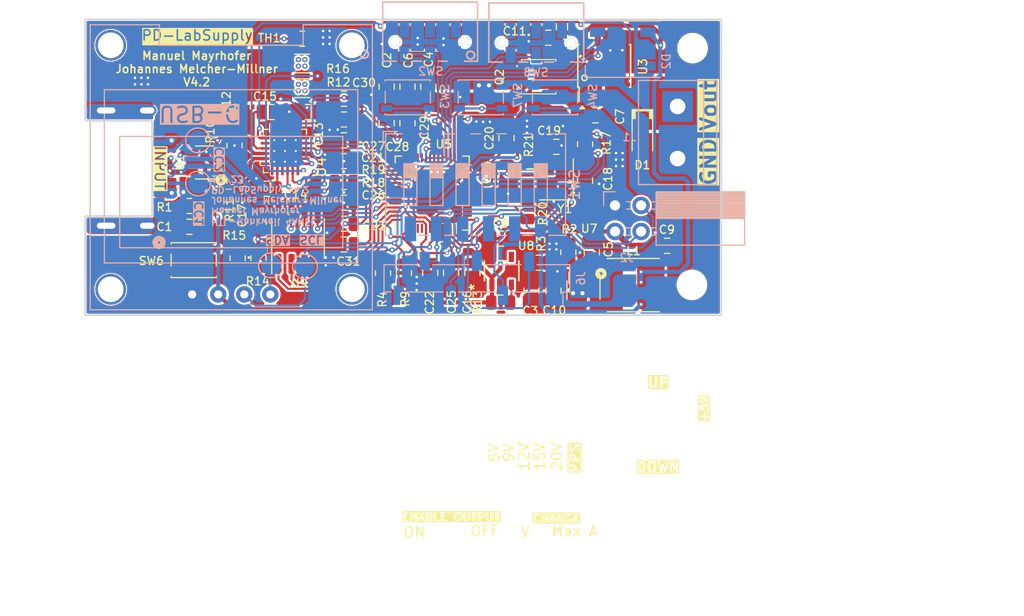
<source format=kicad_pcb>
(kicad_pcb (version 20221018) (generator pcbnew)
  (title_block (title "PD-LabSupply") (date "2023-11-26") (rev "3.1") (company "HTL Rankweil") (comment 1 "Johannes Melcher-Millner") (comment 2 "Manuel Mayrhofer"))
  (layers (0 "F.Cu" signal) (31 "B.Cu" signal) (34 "B.Paste" user) (35 "F.Paste" user) (36 "B.SilkS" user "B.Silkscreen") (37 "F.SilkS" user "F.Silkscreen") (38 "B.Mask" user) (39 "F.Mask" user) (44 "Edge.Cuts" user))
  (net 0 "")
  (net 1 "GND")
  (net 2 "HALL_IN")
  (net 3 "LED")
  (net 4 "+5V")
  (net 5 "VBUS")
  (net 6 "ENOUT")
  (net 7 "SDA")
  (net 8 "SCL")
  (net 10 "D_P")
  (net 12 "Net-(U4-V3VD)")
  (net 13 "Net-(U4-V5V)")
  (net 14 "D_N")
  (net 15 "SW_OUT")
  (net 16 "ENPSU")
  (net 17 "EN20V")
  (net 18 "EN15V")
  (net 19 "EN12V")
  (net 20 "EN9V")
  (net 21 "EN5V")
  (net 22 "Net-(U4-IFB)")
  (net 23 "ADC0")
  (net 24 "BTN_UP")
  (net 25 "CC2")
  (net 26 "CC1")
  (net 27 "OUT")
  (net 28 "VDD")
  (net 29 "Net-(U4-OTP)")
  (net 41 "BTN_DOWN")
  (net 42 "SW_VA")
  (net 43 "/SW")
  (net 44 "Net-(U7-FB)")
  (net 45 "Net-(U7-CB)")
  (net 48 "+3V3")
  (net 49 "XIN")
  (net 50 "Net-(C19-Pad1)")
  (net 51 "/+1.1V")
  (net 52 "Net-(U8-EN)")
  (net 53 "QSPI_SS")
  (net 54 "Net-(R15-Pad1)")
  (net 55 "Net-(U5-RUN)")
  (net 56 "Net-(U5-USB_DP)")
  (net 57 "Net-(U5-USB_DM)")
  (net 58 "XOUT")
  (net 65 "BTN_SEL")
  (net 70 "Net-(C1-Pad1)")
  (net 75 "EXT_OUT")
  (net 76 "QSPI_SD3")
  (net 77 "QSPI_SCLK")
  (net 78 "QSPI_SD0")
  (net 79 "QSPI_SD2")
  (net 80 "QSPI_SD1")
  (footprint "Crystal:Crystal_SMD_3225-4Pin_3.2x2.5mm" (layer "F.Cu") (at 126.124 47.803 90)
    (fp_text reference "Y1")
    (fp_text value "Crystal_GND24")
  )
  (footprint "Button_Switch_SMD:SW_SPST_PTS810" (layer "F.Cu") (at 90.775 55.677 180)
    (fp_text reference "SW6")
    (fp_text value "SW_Push")
  )
  (footprint "Capacitor_SMD:C_0805_2012Metric" (layer "F.Cu") (at 105.423 39.929 180)
    (fp_text reference "C30")
    (fp_text value "0.1uF")
  )
  (footprint "Capacitor_SMD:C_0805_2012Metric" (layer "F.Cu") (at 98.363 41.2315)
    (fp_text reference "C15")
    (fp_text value "100nF")
  )
  (footprint "Resistor_SMD:R_0805_2012Metric" (layer "F.Cu") (at 105.423 48.057)
    (fp_text reference "R18")
    (fp_text value "27")
  )
  (footprint "Resistor_SMD:R_0805_2012Metric" (layer "F.Cu") (at 97.0925 55.4865 -90)
    (fp_text reference "R14")
    (fp_text value "10k")
  )
  (footprint "Capacitor_SMD:C_0805_2012Metric" (layer "F.Cu") (at 105.423 43.993 180)
    (fp_text reference "C21")
    (fp_text value "1uF 50v")
  )
  (footprint "Capacitor_SMD:C_0805_2012Metric" (layer "F.Cu") (at 111.614 42.322 90)
    (fp_text reference "C29")
    (fp_text value "1uF 50v")
  )
  (footprint "-Discrete:D_SOD-123" (layer "F.Cu") (at 134.506 43.358 -90)
    (fp_text reference "D1")
    (fp_text value "SMF22A")
  )
  (footprint "Capacitor_SMD:C_0805_2012Metric" (layer "F.Cu") (at 113.646 38.766 -90)
    (fp_text reference "C4")
    (fp_text value "1uF 50V")
  )
  (footprint "-Chip:SOT-23-6" (layer "F.Cu") (at 91.834 46.152)
    (fp_text reference "U1")
    (fp_text value "SRV05-4")
  )
  (footprint "Resistor_SMD:R_0805_2012Metric" (layer "F.Cu") (at 127.2924 54.915 -90)
    (fp_text reference "R2")
    (fp_text value "120k")
  )
  (footprint "Capacitor_SMD:C_0805_2012Metric" (layer "F.Cu") (at 105.423 52.121 180)
    (fp_text reference "C23")
    (fp_text value "0.1uF")
  )
  (footprint "Capacitor_SMD:C_0805_2012Metric" (layer "F.Cu") (at 105.423 50.089 180)
    (fp_text reference "C26")
    (fp_text value "0.1uF")
  )
  (footprint "Package_SO:SOIC-8_3.9x4.9mm_P1.27mm" (layer "F.Cu") (at 100.946 53.563 90)
    (fp_text reference "U9")
    (fp_text value "W25Q16JVSSIQ")
  )
  (footprint "Resistor_SMD:R_0805_2012Metric" (layer "F.Cu") (at 123.298 50.758 -90)
    (fp_text reference "R20")
    (fp_text value "DNP")
  )
  (footprint "Resistor_SMD:R_0805_2012Metric" (layer "F.Cu") (at 123.298 47.329 90)
    (fp_text reference "R21")
    (fp_text value "1K")
  )
  (footprint "MountingHole:MountingHole_2.5mm" (layer "F.Cu") (at 139.332 58.09)
    (fp_text reference "H4" hide)
    (fp_text value "MountingHole")
  )
  (footprint "Capacitor_SMD:C_0805_2012Metric" (layer "F.Cu") (at 125.337812 33.989136 180)
    (fp_text reference "C11")
    (fp_text value "1uF 50V")
  )
  (footprint "Capacitor_SMD:C_0805_2012Metric" (layer "F.Cu") (at 111.614 38.766 -90)
    (fp_text reference "C6")
    (fp_text value "1uF 50V")
  )
  (footprint "Capacitor_SMD:C_0805_2012Metric" (layer "F.Cu") (at 105.423 41.961 180)
    (fp_text reference "C27")
    (fp_text value "0.1uF")
  )
  (footprint "Capacitor_SMD:C_0805_2012Metric" (layer "F.Cu") (at 95.549 40.691 -90)
    (fp_text reference "C12")
    (fp_text value "10u 50V")
  )
  (footprint "Resistor_SMD:R_1206_3216Metric" (layer "F.Cu") (at 101.359 36.5 180)
    (fp_text reference "R16")
    (fp_text value "20m")
  )
  (footprint "Inductor_SMD:L_Taiyo-Yuden_MD-5050" (layer "F.Cu") (at 133.6204 58.1154)
    (fp_text reference "L1")
    (fp_text value "15uH")
  )
  (footprint "Capacitor_SMD:C_0805_2012Metric" (layer "F.Cu") (at 125.8446 58.659 90)
    (fp_text reference "C10")
    (fp_text value "22uF 50V")
  )
  (footprint "Capacitor_SMD:C_0805_2012Metric" (layer "F.Cu") (at 123.6856 58.659 90)
    (fp_text reference "C3")
    (fp_text value "2.2uF 50V")
  )
  (footprint "Resistor_SMD:R_0805_2012Metric" (layer "F.Cu") (at 105.423 46.025 180)
    (fp_text reference "R19")
    (fp_text value "27")
  )
  (footprint "Capacitor_SMD:C_0805_2012Metric" (layer "F.Cu") (at 117.9452 56.9216 -90)
    (fp_text reference "C16")
    (fp_text value "1uF 50v")
  )
  (footprint "MountingHole:MountingHole_2.5mm" (layer "F.Cu") (at 139.4 35)
    (fp_text reference "H2" hide)
    (fp_text value "MountingHole")
  )
  (footprint "Capacitor_SMD:C_0805_2012Metric" (layer "F.Cu") (at 101.919 41.2315 180)
    (fp_text reference "C13")
    (fp_text value "100nF")
  )
  (footprint "-Chip:SOT-23-6" (layer "F.Cu") (at 128.7656 58.598 90)
    (fp_text reference "U7")
    (fp_text value "LMR54410")
  )
  (footprint "AP33772:AP33772" (layer "F.Cu") (at 99.6755 45.029 180)
    (fp_text reference "U4")
    (fp_text value "AP33772")
  )
  (footprint "Resistor_SMD:R_0805_2012Metric" (layer "F.Cu") (at 111.265 56.947 90)
    (fp_text reference "R9")
    (fp_text value "5.1k")
  )
  (footprint "Capacitor_SMD:C_0805_2012Metric" (layer "F.Cu") (at 109.582 38.766 -90)
    (fp_text reference "C2")
    (fp_text value "1uF 50V")
  )
  (footprint "Capacitor_SMD:C_0805_2012Metric" (layer "F.Cu") (at 90.3608 52.4258)
    (fp_text reference "C1")
    (fp_text value "10nF")
  )
  (footprint "Capacitor_SMD:C_0805_2012Metric" (layer "F.Cu") (at 121.266 47.329 -90)
    (fp_text reference "C24")
    (fp_text value "0.1uF")
  )
  (footprint "Resistor_SMD:R_0805_2012Metric" (layer "F.Cu") (at 120.6884 59.8172)
    (fp_text reference "R13")
    (fp_text value "10k")
  )
  (footprint "Capacitor_SMD:C_0805_2012Metric" (layer "F.Cu") (at 113.8304 56.9216 -90)
    (fp_text reference "C22")
    (fp_text value "0.1uF")
  )
  (footprint "Capacitor_SMD:C_0805_2012Metric" (layer "F.Cu") (at 129.934 41.56)
    (fp_text reference "C7")
    (fp_text value "1uF 50V")
  )
  (footprint "Capacitor_SMD:C_0805_2012Metric" (layer "F.Cu") (at 109.582 42.322 90)
    (fp_text reference "C28")
    (fp_text value "1uF 50v")
  )
  (footprint "Resistor_SMD:R_0805_2012Metric" (layer "F.Cu") (at 109.233 56.947 90)
    (fp_text reference "R4")
    (fp_text value "5.1k")
  )
  (footprint "Capacitor_SMD:C_0805_2012Metric" (layer "F.Cu") (at 121.266 43.773 90)
    (fp_text reference "C20")
    (fp_text value "0.1uF")
  )
  (footprint "Capacitor_SMD:C_0805_2012Metric" (layer "F.Cu") (at 105.423 54.153 180)
    (fp_text reference "C31")
    (fp_text value "0.1uF")
  )
  (footprint "Resistor_SMD:R_1206_3216Metric" (layer "F.Cu") (at 101.359 38.913 180)
    (fp_text reference "R12")
    (fp_text value "20m")
  )
  (footprint "Capacitor_SMD:C_0805_2012Metric" (layer "F.Cu") (at 136.919 54.28)
    (fp_text reference "C9")
    (fp_text value "22u 50V")
  )
  (footprint "Resistor_SMD:R_0805_2012Metric" (layer "F.Cu") (at 90.3608 50.3938)
    (fp_text reference "R1")
    (fp_text value "10k")
  )
  (footprint "Capacitor_SMD:C_0805_2012Metric" (layer "F.Cu") (at 129.5784 54.9048 90)
    (fp_text reference "C5")
    (fp_text value "0.1uF")
  )
  (footprint "PCM_4ms_Package_SOIC:SOIC-8_3.9x4.9mm_Pitch1.27mm" (layer "F.Cu") (at 130.791 36.734 90)
    (fp_text reference "U3")
    (fp_text value "TMCS1108" hide)
  )
  (footprint "Resistor_SMD:R_0805_2012Metric" (layer "F.Cu") (at 94.755 47.9535 90)
    (fp_text reference "R11")
    (fp_text value "5.1k")
  )
  (footprint "Resistor_SMD:R_0805_2012Metric" (layer "F.Cu") (at 101.359 34.087)
    (fp_text reference "TH1")
    (fp_text value "NTC-10k")
  )
  (footprint "Package_DFN_QFN:QFN-56-1EP_7x7mm_P0.4mm_EP3.2x3.2mm" (layer "F.Cu") (at 114.0185 49.145 90)
    (fp_text reference "U5")
    (fp_text value "RP2040")
  )
  (footprint "Capacitor_SMD:C_0805_2012Metric" (layer "F.Cu") (at 120.7138 53.5688)
    (fp_text reference "C8")
    (fp_text value "1uF 50v")
  )
  (footprint "Resistor_SMD:R_0805_2012Metric" (layer "F.Cu") (at 95.0605 55.4865 -90)
    (fp_text reference "R15")
    (fp_text value "1k")
  )
  (footprint "Resistor_SMD:R_0805_2012Metric" (layer "F.Cu") (at 128.918 44.374 90)
    (fp_text reference "R17")
    (fp_text value "10k")
  )
  (footprint "Capacitor_SMD:C_0805_2012Metric" (layer "F.Cu") (at 97.9046 48.7174 180)
    (fp_text reference "C14")
    (fp_text value "1uF 50V")
  )
  (footprint "DMN3008SFGQ-7:DMG7401SFG13" (layer "F.Cu") (at 124.2444 37.7954 -90)
    (fp_text reference "Q2")
    (fp_text value "DMN3008SFGQ-7" hide)
  )
  (footprint "Resistor_SMD:R_0805_2012Metric" (layer "F.Cu") (at 94.755 44.501 -90)
    (fp_text reference "R10")
    (fp_text value "5.1k")
  )
  (footprint "Capacitor_SMD:C_0805_2012Metric" (layer "F.Cu") (at 126.124 44.628)
    (fp_text reference "C19")
    (fp_text value "15pF")
  )
  (footprint "Capacitor_SMD:C_0805_2012Metric" (layer "F.Cu") (at 97.0925 51.9305 90)
    (fp_text reference "C17")
    (fp_text value "0.1uF")
  )
  (footprint "Capacitor_SMD:C_0805_2012Metric" (layer "F.Cu") (at 115.8624 56.9216 -90)
    (fp_text reference "C25")
    (fp_text value "0.1uF")
  )
  (footprint "Resistor_SMD:R_0805_2012Metric" (layer "F.Cu") (at 124.3714 55.931 180)
    (fp_text reference "R3")
    (fp_text value "22k")
  )
  (footprint "Capacitor_SMD:C_0805_2012Metric" (layer "F.Cu") (at 128.918 47.93 90)
    (fp_text reference "C18")
    (fp_text value "15pF")
  )
  (footprint "AP2112K_3_3TRG1:SOT_RG1_DIO" (layer "F.Cu") (at 120.79 56.7184 90)
    (fp_text reference "U8")
    (fp_text value "AP2112K-3.3TRG1")
  )
  (footprint "JS202011JAQN:JS202011JAQN" (layer "B.Cu") (at 124.1682 33.4774)
    (fp_text reference "SW8")
    (fp_text value "JS202011JAQN" hide)
  )
  (footprint "Connector_PinSocket_2.54mm:PinSocket_2x02_P2.54mm_Horizontal" (layer "B.Cu") (at 131.839 50.343 180)
    (fp_text reference "J2")
    (fp_text value "Conn_02x02_Odd_Even")
  )
  (footprint "TestPoint:TestPoint_Pad_D2.0mm" (layer "B.Cu") (at 101.613 56.312 -90)
    (fp_text reference "TP4" hide)
    (fp_text value "TestPoint")
  )
  (footprint "LED_SMD:LED_WS2812B_PLCC4_5.0x5.0mm_P3.2mm" (layer "B.Cu") (at 132.601 35.103 180)
    (fp_text reference "D2")
    (fp_text value "WS2812B")
  )
  (footprint "SSD1306:SSD1306_0.96_Oled" (layer "B.Cu") (at 80.69 32.722)
    (fp_text reference "U6" hide)
    (fp_text value "oledSym")
  )
  (footprint "Connector_PinSocket_2.54mm:PinSocket_1x07_P2.54mm_Vertical_SMD_Pin1Left" (layer "B.Cu") (at 118.377 57.454 90)
    (fp_text reference "J6")
    (fp_text value "Conn_01x07")
  )
  (footprint "Button_Switch_SMD:SW_DIP_SPSTx06_Slide_9.78x17.42mm_W8.61mm_P2.54mm" (layer "B.Cu") (at 118.25 48.311 -90)
    (fp_text reference "SW1")
    (fp_text value "SW_DIP_x06")
  )
  (footprint "TestPoint:TestPoint_Pad_D2.0mm" (layer "B.Cu") (at 91.199 48.2094 180)
    (fp_text reference "TP1" hide)
    (fp_text value "TestPoint")
  )
  (footprint "USB4520_03_0_A:CONN12_USB4520-03-0-A_GCT" (layer "B.Cu") (at 80.149451 53.071687 90)
    (fp_text reference "J3" hide)
    (fp_text value "USB4520-03-0-A" hide)
  )
  (footprint "Button_Switch_SMD:SW_SPST_PTS810" (layer "B.Cu") (at 118.758 39.802 180)
    (fp_text reference "SW7")
    (fp_text value "SW_Push")
  )
  (footprint "TestPoint:TestPoint_Pad_D2.0mm" (layer "B.Cu") (at 98.311 56.185 -90)
    (fp_text reference "TP3" hide)
    (fp_text value "TestPoint")
  )
  (footprint "Button_Switch_SMD:SW_SPST_PTS810" (layer "B.Cu") (at 111.646 39.802 180)
    (fp_text reference "SW3")
    (fp_text value "SW_Push")
  )
  (footprint "TestPoint:TestPoint_Pad_D2.0mm" (layer "B.Cu") (at 91.199 43.993 180)
    (fp_text reference "TP2" hide)
    (fp_text value "TestPoint")
  )
  (footprint "JS202011JAQN:JS202011JAQN" (layer "B.Cu") (at 113.8196 33.3921)
    (fp_text reference "SW2")
    (fp_text value "JS202011JAQN" hide)
  )
  (footprint "Button_Switch_SMD:SW_SPST_PTS810" (layer "B.Cu") (at 125.997 39.802 180)
    (fp_text reference "SW4")
    (fp_text value "SW_Push")
  )
  (footprint "TerminalBlock:TerminalBlock_bornier-2_P5.08mm" (layer "B.Cu") (at 137.935 40.691 -90)
    (fp_text reference "J1")
    (fp_text value "Conn_01x02")
  )
  (gr_line (start 124.256 46.786) (end 124.51 46.532) (stroke (width 0.15)) (layer "F.SilkS"))
  (gr_line (start 109.651 50.088) (end 109.905 50.342) (stroke (width 0.15)) (layer "F.SilkS"))
  (gr_line (start 123.24 46.786) (end 124.256 46.786) (stroke (width 0.15)) (layer "F.SilkS"))
  (gr_poly (pts (xy 142.2 61.048) (xy 80.2 61.048) (xy 80.2008 51.3844) (xy 86.7286 51.3844) (xy 86.7286 42.088) (xy 80.2 42.088) (xy 80.2 32.2) (xy 142.2 32.2)) (stroke (width 0.15)) (fill none) (layer "Edge.Cuts"))
  (gr_text "SCL\n" (at 101.0288 53.2132 180) (layer "B.SilkS" knockout) (effects (font (size 0.8 0.8) (thickness 0.15) bold) (justify left bottom mirror)))
  (gr_text "USB-C" (at 87.262 40.5132 180) (layer "B.SilkS" knockout) (effects (font (size 1.5 1.5) (thickness 0.2) bold) (justify left bottom mirror)))
  (gr_text "CC2\n" (at 93.7644 44.5772 90) (layer "B.SilkS" knockout) (effects (font (size 0.8 0.8) (thickness 0.15) bold) (justify left bottom mirror)))
  (gr_text "SDA\n\n" (at 97.7268 51.9432 180) (layer "B.SilkS" knockout) (effects (font (size 0.8 0.8) (thickness 0.15) bold) (justify left bottom mirror)))
  (gr_text "CC1\n" (at 91.7832 49.8604 90) (layer "B.SilkS" knockout) (effects (font (size 0.8 0.8) (thickness 0.15) bold) (justify left bottom mirror)))
  (gr_text "HTL-Rankweil 4AHEL\nManuel Mayrhofer\nJohannes Melcher-Millner\nPD-LabSupply v4.2\n12/23\n\n\n" (at 92.3928 45.2884 180) (layer "B.SilkS") (effects (font (size 0.65 0.65) (thickness 0.13) bold) (justify left bottom mirror)))
  (gr_text "INPUT" (at 86.9064 44.4248 -90) (layer "F.SilkS" knockout) (effects (font (size 1 1)) (justify left bottom)))
  (gr_text "Manuel Mayrhofer\nJohannes Melcher-Millner\nV4.2\n" (at 91.072 38.786) (layer "F.SilkS") (effects (font (size 0.8 0.8)) (justify bottom)))
  (gr_text "15V" (at 124.51 74.853 90) (layer "F.SilkS") (effects (font (size 1 1))))
  (gr_text "ENABLE OUTPUT\n" (at 111.011 81.204) (layer "F.SilkS" knockout) (effects (font (size 0.8 0.8) (thickness 0.1)) (justify left bottom)))
  (gr_text "UP" (at 136.03 67.615) (layer "F.SilkS" knockout) (effects (font (size 1 1))))
  (gr_text "PPS\n" (at 127.939 74.98 90) (layer "F.SilkS" knockout) (effects (font (size 1 1))))
  (gr_text "12V" (at 122.986 74.853 90) (layer "F.SilkS") (effects (font (size 1 1))))
  (gr_text "+5V" (at 141.0084 71.5012 90) (layer "F.SilkS" knockout) (effects (font (size 0.8 0.8) (thickness 0.15) bold) (justify left bottom)))
  (gr_text "9V" (at 121.462 74.472 90) (layer "F.SilkS") (effects (font (size 1 1))))
  (gr_text "PD-LabSupply" (at 85.611 34.341) (layer "F.SilkS" knockout) (effects (font (size 1 1)) (justify left bottom)))
  (gr_text "5V" (at 120.065 74.472 90) (layer "F.SilkS") (effects (font (size 1 1))))
  (gr_text "20V" (at 126.161 74.853 90) (layer "F.SilkS") (effects (font (size 1 1))))
  (gr_text "Vout" (at 141.872 43.231 90) (layer "F.SilkS" knockout) (effects (font (size 1.5 1.5) (thickness 0.3) bold) (justify left bottom)))
  (gr_text "DOWN" (at 136.03 75.87) (layer "F.SilkS" knockout) (effects (font (size 1 1))))
  (gr_text "OFF" (at 119.139 82.093) (layer "F.SilkS") (effects (font (size 1 1))))
  (gr_text "V" (at 123.076 82.22) (layer "F.SilkS") (effects (font (size 1 1))))
  (gr_text "CHANGE" (at 123.711 81.331) (layer "F.SilkS" knockout) (effects (font (size 0.8 0.8) (thickness 0.1)) (justify left bottom)))
  (gr_text "Max A" (at 127.902 82.093) (layer "F.SilkS") (effects (font (size 1 1))))
  (gr_text "ON" (at 112.281 82.22) (layer "F.SilkS") (effects (font (size 1 1))))
  (gr_text "GND" (at 141.872 48.565 90) (layer "F.SilkS" knockout) (effects (font (size 1.5 1.5) (thickness 0.3) bold) (justify left bottom)))
  (via (at 101.613 38.532) (size 0.5) (drill 0.25) (layers "F.Cu" "B.Cu") (net 0))
  (via (at 101.613 36.119) (size 0.5) (drill 0.25) (layers "F.Cu" "B.Cu") (net 0))
  (via (at 100.9815 36.119) (size 0.5) (drill 0.25) (layers "F.Cu" "B.Cu") (net 0))
  (via (at 100.978 39.167) (size 0.5) (drill 0.25) (layers "F.Cu" "B.Cu") (net 0))
  (via (at 101.613 39.167) (size 0.5) (drill 0.25) (layers "F.Cu" "B.Cu") (net 0))
  (via (at 100.9815 38.532) (size 0.5) (drill 0.25) (layers "F.Cu" "B.Cu") (net 0))
  (via (at 101.613 36.754) (size 0.5) (drill 0.25) (layers "F.Cu" "B.Cu") (net 0))
  (via (at 100.978 36.754) (size 0.5) (drill 0.25) (layers "F.Cu" "B.Cu") (net 0))
  (segment (start 121.641 53.302) (end 121.425 53.518) (width 0.2) (layer "F.Cu") (net 1))
  (via (at 103.391 34.595) (size 0.5) (drill 0.25) (layers "F.Cu" "B.Cu") (net 1))
  (via (at 112.5096 57.963) (size 0.5) (drill 0.25) (layers "F.Cu" "B.Cu") (net 1))
  (via (at 125.4636 54.6356) (size 0.5) (drill 0.25) (layers "F.Cu" "B.Cu") (net 1))
  (via (at 89.777658 49.045674) (size 0.7) (drill 0.4) (layers "F.Cu" "B.Cu") (net 1))
  (via (at 104.026 33.96) (size 0.5) (drill 0.25) (layers "F.Cu" "B.Cu") (net 1))
  (via (at 103.645 56.185) (size 0.5) (drill 0.25) (layers "F.Cu" "B.Cu") (net 1))
  (via (at 112.5096 58.598) (size 0.5) (drill 0.25) (layers "F.Cu" "B.Cu") (net 1))
  (via (at 112.6112 34.0108) (size 0.5) (drill 0.25) (layers "F.Cu" "B.Cu") (net 1))
  (via (at 85.0522 38.532) (size 0.5) (drill 0.25) (layers "F.Cu" "B.Cu") (net 1))
  (via (at 118.3262 42.1642) (size 0.5) (drill 0.25) (layers "F.Cu" "B.Cu") (net 1))
  (via (at 116.7514 39.7766) (size 0.5) (drill 0.25) (layers "F.Cu" "B.Cu") (net 1))
  (via (at 126.124 54.0768) (size 0.5) (drill 0.25) (layers "F.Cu" "B.Cu") (net 1))
  (via (at 131.9406 45.8726) (size 0.5) (drill 0.25) (layers "F.Cu" "B.Cu") (net 1))
  (via (at 104.8134 42.9516) (size 0.5) (drill 0.25) (layers "F.Cu" "B.Cu") (net 1))
  (via (at 126.124 54.6356) (size 0.5) (drill 0.25) (layers "F.Cu" "B.Cu") (net 1))
  (via (at 96.152 55.423) (size 0.5) (drill 0.25) (layers "F.Cu" "B.Cu") (net 1))
  (via (at 103.518 49.708) (size 0.5) (drill 0.25) (layers "F.Cu" "B.Cu") (net 1))
  (via (at 123.2538 42.6468) (size 0.5) (drill 0.25) (layers "F.Cu" "B.Cu") (net 1))
  (via (at 125.4636 54.0768) (size 0.5) (drill 0.25) (layers "F.Cu" "B.Cu") (net 1))
  (via (at 131.9406 45.2376) (size 0.5) (drill 0.25) (layers "F.Cu" "B.Cu") (net 1))
  (via (at 113.932 47.0825) (size 0.5) (drill 0.25) (layers "F.Cu" "B.Cu") (net 1))
  (via (at 121.425 49.2) (size 0.5) (drill 0.25) (layers "F.Cu" "B.Cu") (net 1))
  (via (at 132.5756 46.5076) (size 0.5) (drill 0.25) (layers "F.Cu" "B.Cu") (net 1))
  (via (at 96.8886 47.7014) (size 0.5) (drill 0.25) (layers "F.Cu" "B.Cu") (net 1))
  (via (at 115.1258 34.0616) (size 0.5) (drill 0.25) (layers "F.Cu" "B.Cu") (net 1))
  (via (at 115.184001 47.0825) (size 0.5) (drill 0.25) (layers "F.Cu" "B.Cu") (net 1))
  (via (at 128.41 54.9404) (size 0.5) (drill 0.25) (layers "F.Cu" "B.Cu") (net 1))
  (via (at 112.5096 57.328) (size 0.5) (drill 0.25) (layers "F.Cu" "B.Cu") (net 1))
  (via (at 123.2538 43.2564) (size 0.5) (drill 0.25) (layers "F.Cu" "B.Cu") (net 1))
  (via (at 85.6872 38.532) (size 0.5) (drill 0.25) (layers "F.Cu" "B.Cu") (net 1))
  (via (at 131.3818 35.23) (size 0.5) (drill 0.25) (layers "F.Cu" "B.Cu") (net 1))
  (via (at 85.0522 37.897) (size 0.5) (drill 0.25) (layers "F.Cu" "B.Cu") (net 1))
  (via (at 104.407 55.423) (size 0.5) (drill 0.25) (layers "F.Cu" "B.Cu") (net 1))
  (via (at 105.423 49.073) (size 0.5) (drill 0.25) (layers "F.Cu" "B.Cu") (net 1))
  (via (at 132.55 35.2046) (size 0.5) (drill 0.25) (layers "F.Cu" "B.Cu") (net 1))
  (via (at 104.026 33.325) (size 0.5) (drill 0.25) (layers "F.Cu" "B.Cu") (net 1))
  (via (at 126.2256 56.7692) (size 0.5) (drill 0.25) (layers "F.Cu" "B.Cu") (net 1))
  (via (at 105.423 47.041) (size 0.5) (drill 0.25) (layers "F.Cu" "B.Cu") (net 1))
  (via (at 103.391 33.96) (size 0.5) (drill 0.25) (layers "F.Cu" "B.Cu") (net 1))
  (via (at 112.6112 34.6458) (size 0.5) (drill 0.25) (layers "F.Cu" "B.Cu") (net 1))
  (via (at 125.87 49.962) (size 0.5) (drill 0.25) (layers "F.Cu" "B.Cu") (net 1))
  (via (at 130.2896 48.2348) (size 0.5) (drill 0.25) (layers "F.Cu" "B.Cu") (net 1))
  (via (at 114.56354 47.0825) (size 0.5) (drill 0.25) (layers "F.Cu" "B.Cu") (net 1))
  (via (at 123.2538 42.088) (size 0.5) (drill 0.25) (layers "F.Cu" "B.Cu") (net 1))
  (via (at 123.4316 34.341) (size 0.5) (drill 0.25) (layers "F.Cu" "B.Cu") (net 1))
  (via (at 132.5756 45.2376) (size 0.5) (drill 0.25) (layers "F.Cu" "B.Cu") (net 1))
  (via (at 94.755 44.501) (size 0.5) (drill 0.25) (layers "F.Cu" "B.Cu") (net 1))
  (via (at 100.089 41.199) (size 0.5) (drill 0.25) (layers "F.Cu" "B.Cu") (net 1))
  (via (at 103.772 53.01) (size 0.5) (drill 0.25) (layers "F.Cu" "B.Cu") (net 1))
  (via (at 104.026 42.977) (size 0.5) (drill 0.25) (layers "F.Cu" "B.Cu") (net 1))
  (via (at 118.9866 42.1896) (size 0.5) (drill 0.25) (layers "F.Cu" "B.Cu") (net 1))
  (via (at 103.571979 45.388079) (size 0.5) (drill 0.25) (layers "F.Cu" "B.Cu") (net 1))
  (via (at 104.026 34.595) (size 0.5) (drill 0.25) (layers "F.Cu" "B.Cu") (net 1))
  (via (at 109.106 34.595) (size 0.5) (drill 0.25) (layers "F.Cu" "B.Cu") (net 1))
  (via (at 123.4316 33.706) (size 0.5) (drill 0.25) (layers "F.Cu" "B.Cu") (net 1))
  (via (at 101.817121 40.798589) (size 0.5) (drill 0.25) (layers "F.Cu" "B.Cu") (net 1))
  (via (at 108.09 39.548) (size 0.5) (drill 0.25) (layers "F.Cu" "B.Cu") (net 1))
  (via (at 86.3222 37.897) (size 0.5) (drill 0.25) (layers "F.Cu" "B.Cu") (net 1))
  (via (at 103.391 33.325) (size 0.5) (drill 0.25) (layers "F.Cu" "B.Cu") (net 1))
  (via (at 119.647 42.1896) (size 0.5) (drill 0.25) (layers "F.Cu" "B.Cu") (net 1))
  (via (at 132.5756 45.8726) (size 0.5) (drill 0.25) (layers "F.Cu" "B.Cu") (net 1))
  (via (at 85.6872 37.897) (size 0.5) (drill 0.25) (layers "F.Cu" "B.Cu") (net 1))
  (via (at 86.3222 38.532) (size 0.5) (drill 0.25) (layers "F.Cu" "B.Cu") (net 1))
  (via (at 131.9406 46.5076) (size 0.5) (drill 0.25) (layers "F.Cu" "B.Cu") (net 1))
  (via (at 105.423 50.089) (size 0.5) (drill 0.25) (layers "F.Cu" "B.Cu") (net 1))
  (via (at 126.759 42.596) (size 0.5) (drill 0.25) (layers "F.Cu" "B.Cu") (net 1))
  (via (at 105.423 46.025) (size 0.5) (drill 0.25) (layers "F.Cu" "B.Cu") (net 1))
  (via (at 95.517 50.089) (size 0.5) (drill 0.25) (layers "F.Cu" "B.Cu") (net 1))
  (via (at 126.632 44.501) (size 0.5) (drill 0.25) (layers "F.Cu" "B.Cu") (net 1))
  (via (at 92.0118 45.1106) (size 0.5) (drill 0.25) (layers "F.Cu" "B.Cu") (net 1))
  (via (at 103.645 55.423) (size 0.5) (drill 0.25) (layers "F.Cu" "B.Cu") (net 1))
  (via (at 115.1258 34.6966) (size 0.5) (drill 0.25) (layers "F.Cu" "B.Cu") (net 1))
  (segment (start 113.430498 44.120997) (end 114.136197 44.120997) (width 0.2) (layer "F.Cu") (net 3))
  (segment (start 114.136197 44.120997) (end 114.6185 44.6033) (width 0.2) (layer "F.Cu") (net 3))
  (segment (start 114.6185 44.6033) (end 114.6185 45.7075) (width 0.2) (layer "F.Cu") (net 3))
  (via (at 113.430498 44.120997) (size 0.5) (drill 0.25) (layers "F.Cu" "B.Cu") (net 3))
  (segment (start 115.3924 41.611114) (end 115.3924 38.004514) (width 0.2) (layer "B.Cu") (net 3))
  (segment (start 127.154714 37.3836) (end 130.151 34.387314) (width 0.2) (layer "B.Cu") (net 3))
  (segment (start 130.151 34.387314) (end 130.151 33.453) (width 0.2) (layer "B.Cu") (net 3))
  (segment (start 113.430498 44.120997) (end 113.352183 44.120997) (width 0.2) (layer "B.Cu") (net 3))
  (segment (start 112.880498 45.583098) (end 113.4176 46.1202) (width 0.2) (layer "B.Cu") (net 3))
  (segment (start 112.880498 44.592682) (end 112.880498 45.583098) (width 0.2) (layer "B.Cu") (net 3))
  (segment (start 115.71 45.687914) (end 115.71 41.928714) (width 0.2) (layer "B.Cu") (net 3))
  (segment (start 115.3924 38.004514) (end 116.013315 37.3836) (width 0.2) (layer "B.Cu") (net 3))
  (segment (start 130.151 33.453) (end 129.899 33.705) (width 0.2) (layer "B.Cu") (net 3))
  (segment (start 113.352183 44.120997) (end 112.880498 44.592682) (width 0.2) (layer "B.Cu") (net 3))
  (segment (start 116.013315 37.3836) (end 127.154714 37.3836) (width 0.2) (layer "B.Cu") (net 3))
  (segment (start 113.4176 46.1202) (end 115.277714 46.1202) (width 0.2) (layer "B.Cu") (net 3))
  (segment (start 115.277714 46.1202) (end 115.71 45.687914) (width 0.2) (layer "B.Cu") (net 3))
  (segment (start 115.71 41.928714) (end 115.3924 41.611114) (width 0.2) (layer "B.Cu") (net 3))
  (segment (start 133.446 32.817) (end 133.438 32.809) (width 0.4) (layer "F.Cu") (net 4))
  (segment (start 91.602 46.152) (end 90.634 46.152) (width 0.4) (layer "F.Cu") (net 4))
  (segment (start 128.9434 33.4774) (end 126.799548 33.4774) (width 0.4) (layer "F.Cu") (net 4))
  (segment (start 110.187 59.803) (end 110.249 59.741) (width 0.4) (layer "F.Cu") (net 4))
  (segment (start 110.249 58.8755) (end 110.187 58.8135) (width 0.4) (layer "F.Cu") (net 4))
  (segment (start 119.774 60.0185) (end 119.839999 59.952501) (width 0.4) (layer "F.Cu") (net 4))
  (segment (start 91.9 46.45) (end 91.602 46.152) (width 0.4) (layer "F.Cu") (net 4))
  (segment (start 91.9 48.078122) (end 91.9 46.45) (width 0.4) (layer "F.Cu") (net 4))
  (segment (start 119.839999 57.365301) (end 118.622198 56.1475) (width 0.4) (layer "F.Cu") (net 4))
  (segment (start 127.6226 52.883) (end 131.839 52.883) (width 0.4) (layer "F.Cu") (net 4))
  (segment (start 136.284 34.722) (end 136.284 33.706) (width 0.4) (layer "F.Cu") (net 4))
  (segment (start 119.839999 59.952501) (end 119.839999 57.365301) (width 0.4) (layer "F.Cu") (net 4))
  (segment (start 132.351878 52.883) (end 131.839 52.883) (width 0.4) (layer "F.Cu") (net 4))
  (segment (start 135.966 54.283) (end 133.239 54.283) (width 0.6) (layer "F.Cu") (net 4))
  (segment (start 92.3 50.65) (end 92.3 48.478122) (width 0.4) (layer "F.Cu") (net 4))
  (segment (start 94.62 60.472) (end 93.17 59.022) (width 0.4) (layer "F.Cu") (net 4))
  (segment (start 135.969 54.28) (end 135.966 54.283) (width 0.6) (layer "F.Cu") (net 4))
  (segment (start 93.1 51.45) (end 92.3 50.65) (width 0.4) (layer "F.Cu") (net 4))
  (segment (start 110.187 58.8135) (end 109.233 57.8595) (width 0.4) (layer "F.Cu") (net 4))
  (segment (start 118.622198 56.1475) (end 117.916 56.1475) (width 0.4) (layer "F.Cu") (net 4))
  (segment (start 135.395 32.817) (end 133.446 32.817) (width 0.4) (layer "F.Cu") (net 4))
  (segment (start 127.2924 54.0025) (end 127.2924 53.2132) (width 0.4) (layer "F.Cu") (net 4))
  (segment (start 129.6118 32.809) (end 128.9434 33.4774) (width 0.4) (layer "F.Cu") (net 4))
  (segment (start 120.6745 56.5308) (end 119.839999 57.365301) (width 0.4) (layer "F.Cu") (net 4))
  (segment (start 110.249 59.741) (end 110.249 58.8755) (width 0.4) (layer "F.Cu") (net 4))
  (segment (start 110.187 58.8135) (end 110.311 58.8135) (width 0.4) (layer "F.Cu") (net 4))
  (segment (start 120.6745 56.0815) (end 120.6745 56.5308) (width 0.4) (layer "F.Cu") (net 4))
  (segment (start 109.518 60.472) (end 94.62 60.472) (width 0.4) (layer "F.Cu") (net 4))
  (segment (start 127.2924 53.2132) (end 127.6226 52.883) (width 0.4) (layer "F.Cu") (net 4))
  (segment (start 119.839999 57.365301) (end 119.839999 58.07095) (width 0.4) (layer "F.Cu") (net 4))
  (segment (start 92.3 48.478122) (end 91.9 48.078122) (width 0.4) (layer "F.Cu") (net 4))
  (segment (start 136.284 33.706) (end 135.395 32.817) (width 0.4) (layer "F.Cu") (net 4))
  (segment (start 119.7759 59.8172) (end 119.7617 59.803) (width 0.4) (layer "F.Cu") (net 4))
  (segment (start 110.311 58.8135) (end 111.265 57.8595) (width 0.4) (layer "F.Cu") (net 4))
  (segment (start 110.187 59.803) (end 109.518 60.472) (width 0.4) (layer "F.Cu") (net 4))
  (segment (start 119.7617 59.803) (end 110.187 59.803) (width 0.4) (layer "F.Cu") (net 4))
  (segment (start 133.239 54.283) (end 131.839 52.883) (width 0.6) (layer "F.Cu") (net 4))
  (segment (start 126.799548 33.4774) (end 126.287812 33.989136) (width 0.4) (layer "F.Cu") (net 4))
  (segment (start 133.438 32.809) (end 129.6118 32.809) (width 0.4) (layer "F.Cu") (net 4))
  (via (at 134.379 59.995) (size 0.5) (drill 0.25) (layers "F.Cu" "B.Cu") (net 4))
  (via (at 136.284 34.722) (size 0.5) (drill 0.25) (layers "F.Cu" "B.Cu") (net 4))
  (via (at 93.1 51.45) (size 0.5) (drill 0.25) (layers "F.Cu" "B.Cu") (net 4))
  (via (at 134.379 57.836) (size 0.5) (drill 0.25) (layers "F.Cu" "B.Cu") (net 4))
  (via (at 134.379 56.82) (size 0.5) (drill 0.25) (layers "F.Cu" "B.Cu") (net 4))
  (via (at 120.6745 56.0815) (size 0.5) (drill 0.25) (layers "F.Cu" "B.Cu") (net 4))
  (segment (start 124.329 54.136) (end 121.0864 54.136) (width 0.4) (layer "B.Cu") (net 4))
  (segment (start 133.676 60.698) (end 125.303 60.698) (width 0.4) (layer "B.Cu") (net 4))
  (segment (start 135.649 47.168) (end 135.649 38.255) (width 0.4) (layer "B.Cu") (net 4))
  (segment (start 93.1 51.45) (end 93.17 51.52) (width 0.4) (layer "B.Cu") (net 4))
  (segment (start 138.189 56.82) (end 138.951 56.058) (width 0.4) (layer "B.Cu") (net 4))
  (segment (start 134.379 59.995) (end 133.676 60.698) (width 0.4) (layer "B.Cu") (net 4))
  (segment (start 125.303 60.698) (end 124.6 59.995) (width 0.4) (layer "B.Cu") (net 4))
  (segment (start 120.6745 54.5479) (end 120.6745 56.0815) (width 0.4) (layer "B.Cu") (net 4))
  (segment (start 136.202 47.721) (end 135.649 47.168) (width 0.4) (layer "B.Cu") (net 4))
  (segment (start 93.17 51.52) (end 93.17 59.022) (width 0.4) (layer "B.Cu") (net 4))
  (segment (start 124.6 54.407) (end 124.329 54.136) (width 0.4) (layer "B.Cu") (net 4))
  (segment (start 134.379 57.836) (end 134.379 56.82) (width 0.4) (layer "B.Cu") (net 4))
  (segment (start 121.0864 54.136) (end 120.6745 54.5479) (width 0.4) (layer "B.Cu") (net 4))
  (segment (start 124.6 59.995) (end 124.6 54.407) (width 0.4) (layer "B.Cu") (net 4))
  (segment (start 138.951 56.058) (end 138.951 48.057) (width 0.4) (layer "B.Cu") (net 4))
  (segment (start 136.251 37.653) (end 136.251 34.653) (width 0.4) (layer "B.Cu") (net 4))
  (segment (start 134.379 56.82) (end 138.189 56.82) (width 0.4) (layer "B.Cu") (net 4))
  (segment (start 135.649 38.255) (end 136.251 37.653) (width 0.4) (layer "B.Cu") (net 4))
  (segment (start 136.251 34.653) (end 135.051 33.453) (width 0.4) (layer "B.Cu") (net 4))
  (segment (start 138.615 47.721) (end 136.202 47.721) (width 0.4) (layer "B.Cu") (net 4))
  (segment (start 138.951 48.057) (end 138.615 47.721) (width 0.4) (layer "B.Cu") (net 4))
  (segment (start 101.451611 46.961607) (end 101.451611 46.9648) (width 0.2) (layer "F.Cu") (net 5))
  (segment (start 101.446718 46.9665) (end 100.9255 46.9665) (width 0.2) (layer "F.Cu") (net 5))
  (segment (start 101.481802 46.931416) (end 101.446718 46.9665) (width 0.2) (layer "F.Cu") (net 5))
  (segment (start 101.481802 46.931416) (end 101.451611 46.961607) (width 0.2) (layer "F.Cu") (net 5))
  (via (at 102.8576 37.7192) (size 0.5) (drill 0.25) (layers "F.Cu" "B.Cu") (net 5))
  (via (at 119.558498 38.6336) (size 0.7) (drill 0.4) (layers "F.Cu" "B.Cu") (net 5))
  (via (at 118.5802 38.6336) (size 0.7) (drill 0.4) (layers "F.Cu" "B.Cu") (net 5))
  (via (at 127.7496 58.9028) (size 0.7) (drill 0.4) (layers "F.Cu" "B.Cu") (net 5))
  (via (at 128.664 58.9028) (size 0.7) (drill 0.4) (layers "F.Cu" "B.Cu") (net 5))
  (via (at 101.481802 46.931416) (size 0.5) (drill 0.25) (layers "F.Cu" "B.Cu") (net 5))
  (segment (start 98.3618 37.7192) (end 102.8576 37.7192) (width 0.2) (layer "B.Cu") (net 5))
  (segment (start 101.481802 46.931416) (end 101.423018 46.9902) (width 0.2) (layer "B.Cu") (net 5))
  (segment (start 97.8284 46.6284) (end 97.8284 38.2526) (width 0.2) (layer "B.Cu") (net 5))
  (segment (start 98.1902 46.9902) (end 97.8284 46.6284) (width 0.2) (layer "B.Cu") (net 5))
  (segment (start 101.423018 46.9902) (end 98.1902 46.9902) (width 0.2) (layer "B.Cu") (net 5))
  (segment (start 127.7496 58.9028) (end 128.664 58.9028) (width 0.8) (layer "B.Cu") (net 5))
  (segment (start 97.8284 38.2526) (end 98.3618 37.7192) (width 0.2) (layer "B.Cu") (net 5))
  (segment (start 100.590505 48.101305) (end 101.0796 48.101305) (width 0.2) (layer "F.Cu") (net 6))
  (segment (start 122.277858 45.675128) (end 122.291 45.661986) (width 0.2) (layer "F.Cu") (net 6))
  (segment (start 122.8944 41.2028) (end 122.8944 38.7804) (width 0.3) (layer "F.Cu") (net 6))
  (segment (start 122.341 45.611986) (end 122.341 41.7562) (width 0.3) (layer "F.Cu") (net 6))
  (segment (start 100.4255 46.9665) (end 100.4255 47.9363) (width 0.2) (layer "F.Cu") (net 6))
  (segment (start 100.4255 47.9363) (end 100.590505 48.101305) (width 0.2) (layer "F.Cu") (net 6))
  (segment (start 122.277858 45.675128) (end 122.341 45.611986) (width 0.3) (layer "F.Cu") (net 6))
  (segment (start 122.341 41.7562) (end 122.8944 41.2028) (width 0.3) (layer "F.Cu") (net 6))
  (via (at 101.0796 48.101305) (size 0.5) (drill 0.25) (layers "F.Cu" "B.Cu") (net 6))
  (via (at 122.277858 45.675128) (size 0.5) (drill 0.25) (layers "F.Cu" "B.Cu") (net 6))
  (segment (start 118.777672 45.675128) (end 114.5058 49.947) (width 0.3) (layer "B.Cu") (net 6))
  (segment (start 122.277858 45.675128) (end 118.777672 45.675128) (width 0.3) (layer "B.Cu") (net 6))
  (segment (start 101.539905 47.641) (end 101.0796 48.101305) (width 0.3) (layer "B.Cu") (net 6))
  (segment (start 107.4296 47.6252) (end 107.4138 47.641) (width 0.3) (layer "B.Cu") (net 6))
  (segment (start 107.4138 47.641) (end 101.539905 47.641) (width 0.3) (layer "B.Cu") (net 6))
  (segment (start 109.7514 49.947) (end 107.4296 47.6252) (width 0.3) (layer "B.Cu") (net 6))
  (segment (start 114.5058 49.947) (end 109.7514 49.947) (width 0.3) (layer "B.Cu") (net 6))
  (segment (start 111.717592 48.316489) (end 111.717592 50.197408) (width 0.2) (layer "F.Cu") (net 7))
  (segment (start 110.3345 54.026) (end 111.265 54.9565) (width 0.2) (layer "F.Cu") (net 7))
  (segment (start 115.456 54.9912) (end 113.3224 54.9912) (width 0.2) (layer "F.Cu") (net 7))
  (segment (start 111.265 54.9565) (end 111.265 56.0345) (width 0.2) (layer "F.Cu") (net 7))
  (segment (start 113.4185 52.19006) (end 113.14624 51.9178) (width 0.2) (layer "F.Cu") (net 7))
  (segment (start 112.9668 54.6356) (end 112.9668 54.092618) (width 0.2) (layer "F.Cu") (net 7))
  (segment (start 111.418 50.9532) (end 111.418 50.497) (width 0.2) (layer "F.Cu") (net 7))
  (segment (start 112.9668 54.092618) (end 113.4185 53.640918) (width 0.2) (layer "F.Cu") (net 7))
  (segment (start 113.4185 52.5825) (end 113.4185 52.19006) (width 0.2) (layer "F.Cu") (net 7))
  (segment (start 111.717592 50.197408) (end 111.418 50.497) (width 0.2) (layer "F.Cu") (net 7))
  (segment (start 112.3826 51.9178) (end 111.418 50.9532) (width 0.2) (layer "F.Cu") (net 7))
  (segment (start 113.14624 51.9178) (end 112.3826 51.9178) (width 0.2) (layer "F.Cu") (net 7))
  (segment (start 102.883 45.136) (end 102.526 44.779) (width 0.2) (layer "F.Cu") (net 7))
  (segment (start 113.4185 53.640918) (end 113.4185 52.5825) (width 0.2) (layer "F.Cu") (net 7))
  (segment (start 102.526 44.779) (end 101.613 44.779) (width 0.2) (layer "F.Cu") (net 7))
  (segment (start 113.3224 54.9912) (end 112.9668 54.6356) (width 0.2) (layer "F.Cu") (net 7))
  (via (at 110.3345 54.026) (size 0.5) (drill 0.25) (layers "F.Cu" "B.Cu") (net 7))
  (via (at 111.717592 48.316489) (size 0.4) (drill 0.2) (layers "F.Cu" "B.Cu") (net 7))
  (via (at 102.883 45.136) (size 0.5) (drill 0.25) (layers "F.Cu" "B.Cu") (net 7))
  (via (at 111.418 50.497) (size 0.4) (drill 0.2) (layers "F.Cu" "B.Cu") (net 7))
  (via (at 115.456 54.9912) (size 0.35) (drill 0.25) (layers "F.Cu" "B.Cu") (net 7))
  (segment (start 134.405346 54.483) (end 135.529 53.359346) (width 0.2) (layer "B.Cu") (net 7))
  (segment (start 115.456 54.9912) (end 116.1745 54.2727) (width 0.2) (layer "B.Cu") (net 7))
  (segment (start 110.64 53.7205) (end 110.3345 54.026) (width 0.2) (layer "B.Cu") (net 7))
  (segment (start 98.724 54.026) (end 98.25 54.5) (width 0.2) (layer "B.Cu") (net 7))
  (segment (start 116.1745 54.2727) (end 116.1745 51.3263) (width 0.2) (layer "B.Cu") (net 7))
  (segment (start 110.761888 48.316489) (end 107.219399 44.774) (width 0.2) (layer "B.Cu") (net 7))
  (segment (start 116.35705 51.14375) (end 120.24325 51.14375) (width 0.2) (layer "B.Cu") (net 7))
  (segment (start 103.245 44.774) (end 102.883 45.136) (width 0.2) (layer "B.Cu") (net 7))
  (segment (start 98.25 54.5) (end 98.25 59.022) (width 0.2) (layer "B.Cu") (net 7))
  (segment (start 120.24325 51.14375) (end 120.591 50.796) (width 0.2) (layer "B.Cu") (net 7))
  (segment (start 120.591 50.796) (end 125.16 50.796) (width 0.2) (layer "B.Cu") (net 7))
  (segment (start 107.219399 44.774) (end 103.245 44.774) (width 0.2) (layer "B.Cu") (net 7))
  (segment (start 111.418 50.497) (end 111.073315 50.497) (width 0.2) (layer "B.Cu") (net 7))
  (segment (start 135.529 51.493) (end 134.379 50.343) (width 0.2) (layer "B.Cu") (net 7))
  (segment (start 111.717592 48.316489) (end 110.761888 48.316489) (width 0.2) (layer "B.Cu") (net 7))
  (segment (start 111.073315 50.497) (end 110.64 50.930315) (width 0.2) (layer "B.Cu") (net 7))
  (segment (start 128.847 54.483) (end 134.405346 54.483) (width 0.2) (layer "B.Cu") (net 7))
  (segment (start 116.1745 51.3263) (end 116.35705 51.14375) (width 0.2) (layer "B.Cu") (net 7))
  (segment (start 110.64 50.930315) (end 110.64 53.7205) (width 0.2) (layer "B.Cu") (net 7))
  (segment (start 110.3345 54.026) (end 98.724 54.026) (width 0.2) (layer "B.Cu") (net 7))
  (segment (start 125.16 50.796) (end 128.847 54.483) (width 0.2) (layer "B.Cu") (net 7))
  (segment (start 135.529 53.359346) (end 135.529 51.493) (width 0.2) (layer "B.Cu") (net 7))
  (segment (start 112.2185 51.188014) (end 112.548286 51.5178) (width 0.2) (layer "F.Cu") (net 8))
  (segment (start 113.8185 52.024374) (end 113.8185 52.5825) (width 0.2) (layer "F.Cu") (net 8))
  (segment (start 113.890437 51.952437) (end 113.8185 52.024374) (width 0.2) (layer "F.Cu") (net 8))
  (segment (start 114.710508 51.132366) (end 113.890437 51.952437) (width 0.2) (layer "F.Cu") (net 8))
  (segment (start 112.2185 47.9945) (end 112.2185 51.188014) (width 0.2) (layer "F.Cu") (net 8))
  (segment (start 110.112514 54.689345) (end 109.585655 54.689345) (width 0.2) (layer "F.Cu") (net 8))
  (segment (start 101.613 44.279) (end 102.47 44.279) (width 0.2) (layer "F.Cu") (net 8))
  (segment (start 112.027 47.803) (end 112.2185 47.9945) (width 0.2) (layer "F.Cu") (net 8))
  (segment (start 102.47 44.279) (end 102.883 43.866) (width 0.2) (layer "F.Cu") (net 8))
  (segment (start 112.548286 51.5178) (end 113.356986 51.5178) (width 0.2) (layer "F.Cu") (net 8))
  (segment (start 115.714184 51.132366) (end 114.710508 51.132366) (width 0.2) (layer "F.Cu") (net 8))
  (segment (start 109.585655 54.689345) (end 109.233 55.042) (width 0.2) (layer "F.Cu") (net 8))
  (segment (start 113.356986 51.5178) (end 113.791623 51.952437) (width 0.2) (layer "F.Cu") (net 8))
  (segment (start 109.233 55.042) (end 109.233 56.0345) (width 0.2) (layer "F.Cu") (net 8))
  (segment (start 113.791623 51.952437) (end 113.890437 51.952437) (width 0.2) (layer "F.Cu") (net 8))
  (via (at 102.883 43.866) (size 0.5) (drill 0.25) (layers "F.Cu" "B.Cu") (net 8))
  (via (at 115.714184 51.132366) (size 0.4) (drill 0.2) (layers "F.Cu" "B.Cu") (net 8))
  (via (at 112.027 47.803) (size 0.4) (drill 0.2) (layers "F.Cu" "B.Cu") (net 8))
  (via (at 110.112514 54.689345) (size 0.5) (drill 0.25) (layers "F.Cu" "B.Cu") (net 8))
  (segment (start 111.273401 50.9965) (end 111.04 51.229901) (width 0.2) (layer "B.Cu") (net 8))
  (segment (start 95.71 59.022) (end 96.81 60.122) (width 0.2) (layer "B.Cu") (net 8))
  (segment (start 115.229366 51.132366) (end 115.0935 50.9965) (width 0.2) (layer "B.Cu") (net 8))
  (segment (start 109.506 54.426) (end 109.769345 54.689345) (width 0.2) (layer "B.Cu") (net 8))
  (segment (start 102.074 54.426) (end 109.506 54.426) (width 0.2) (layer "B.Cu") (net 8))
  (segment (start 112.027 47.803) (end 110.814085 47.803) (width 0.2) (layer "B.Cu") (net 8))
  (segment (start 101.613 54.887) (end 102.074 54.426) (width 0.2) (layer "B.Cu") (net 8))
  (segment (start 107.385085 44.374) (end 103.391 44.374) (width 0.2) (layer "B.Cu") (net 8))
  (segment (start 133.179 54.083) (end 134.379 52.883) (width 0.2) (layer "B.Cu") (net 8))
  (segment (start 120.077564 50.74375) (end 120.425315 50.396) (width 0.2) (layer "B.Cu") (net 8))
  (segment (start 129.012685 54.083) (end 133.179 54.083) (width 0.2) (layer "B.Cu") (net 8))
  (segment (start 96.81 60.122) (end 100.978 60.122) (width 0.2) (layer "B.Cu") (net 8))
  (segment (start 115.0935 50.9965) (end 111.273401 50.9965) (width 0.2) (layer "B.Cu") (net 8))
  (segment (start 100.978 60.122) (end 101.613 59.487) (width 0.2) (layer "B.Cu") (net 8))
  (segment (start 115.714184 51.132366) (end 115.802749 51.132366) (width 0.2) (layer "B.Cu") (net 8))
  (segment (start 120.425315 50.396) (end 125.325686 50.396) (width 0.2) (layer "B.Cu") (net 8))
  (segment (start 109.769345 54.689345) (end 110.112514 54.689345) (width 0.2) (layer "B.Cu") (net 8))
  (segment (start 101.613 59.487) (end 101.613 54.887) (width 0.2) (layer "B.Cu") (net 8))
  (segment (start 115.714184 51.132366) (end 115.229366 51.132366) (width 0.2) (layer "B.Cu") (net 8))
  (segment (start 111.04 54.098318) (end 110.448973 54.689345) (width 0.2) (layer "B.Cu") (net 8))
  (segment (start 115.802749 51.132366) (end 116.191365 50.74375) (width 0.2) (layer "B.Cu") (net 8))
  (segment (start 110.814085 47.803) (end 107.385085 44.374) (width 0.2) (layer "B.Cu") (net 8))
  (segment (start 116.191365 50.74375) (end 120.077564 50.74375) (width 0.2) (layer "B.Cu") (net 8))
  (segment (start 110.448973 54.689345) (end 110.112514 54.689345) (width 0.2) (layer "B.Cu") (net 8))
  (segment (start 125.325686 50.396) (end 129.012685 54.083) (width 0.2) (layer "B.Cu") (net 8))
  (segment (start 103.391 44.374) (end 102.883 43.866) (width 0.2) (layer "B.Cu") (net 8))
  (segment (start 111.04 51.229901) (end 111.04 54.098318) (width 0.2) (layer "B.Cu") (net 8))
  (segment (start 88.4558 46.9648) (end 88.4558 45.8218) (width 0.5) (layer "F.Cu") (net 10))
  (segment (start 103.518 48.946) (end 103.6215 48.946) (width 0.2) (layer "F.Cu") (net 10))
  (segment (start 88.4558 45.8218) (end 88.5574 45.7202) (width 0.5) (layer "F.Cu") (net 10))
  (segment (start 88.5574 46.8632) (end 88.4558 46.9648) (width 0.3) (layer "F.Cu") (net 10))
  (segment (start 88.593 47.102) (end 88.4558 46.9648) (width 0.5) (layer "F.Cu") (net 10))
  (segment (start 90.634 47.102) (end 88.593 47.102) (width 0.5) (layer "F.Cu") (net 10))
  (segment (start 104.559 47.905) (end 104.559 47.837) (width 0.2) (layer "F.Cu") (net 10))
  (segment (start 103.6215 48.946) (end 104.5105 48.057) (width 0.2) (layer "F.Cu") (net 10))
  (via (at 88.4558 46.9648) (size 0.5) (drill 0.25) (layers "F.Cu" "B.Cu") (net 10))
  (via (at 89.5553 47.092966) (size 0.5) (drill 0.25) (layers "F.Cu" "B.Cu") (net 10))
  (via (at 88.5574 45.7202) (size 0.5) (drill 0.25) (layers "F.Cu" "B.Cu") (net 10))
  (via (at 103.518 48.946) (size 0.5) (drill 0.25) (layers "F.Cu" "B.Cu") (net 10))
  (segment (start 87.398249 46.95135) (end 88.44235 46.95135) (width 0.2) (layer "B.Cu") (net 10))
  (segment (start 102.22195 48.946) (end 103.518 48.946) (width 0.5) (layer "B.Cu") (net 10))
  (segment (start 88.5574 45.7202) (end 88.326502 45.951098) (width 0.2) (layer "B.Cu") (net 10))
  (segment (start 101.07895 50.089) (end 102.22195 48.946) (width 0.5) (layer "B.Cu") (net 10))
  (segment (start 90.137666 46.5106) (end 93.249762 46.5106) (width 0.5) (layer "B.Cu") (net 10))
  (segment (start 88.44235 46.95135) (end 88.4558 46.9648) (width 0.2) (layer "B.Cu") (net 10))
  (segment (start 96.828162 50.089) (end 101.07895 50.089) (width 0.5) (layer "B.Cu") (net 10))
  (segment (start 88.326502 45.951098) (end 87.398249 45.951098) (width 0.2) (layer "B.Cu") (net 10))
  (segment (start 89.5553 47.092966) (end 90.137666 46.5106) (width 0.5) (layer "B.Cu") (net 10))
  (segment (start 93.249762 46.5106) (end 96.828162 50.089) (width 0.5) (layer "B.Cu") (net 10))
  (segment (start 102.869 42.229) (end 102.756 42.342) (width 0.2) (layer "F.Cu") (net 12))
  (segment (start 102.869 41.2315) (end 102.869 42.229) (width 0.2) (layer "F.Cu") (net 12))
  (segment (start 98.4255 42.4815) (end 98.4255 43.0915) (width 0.2) (layer "F.Cu") (net 12))
  (segment (start 102.756 42.342) (end 98.565 42.342) (width 0.2) (layer "F.Cu") (net 12))
  (segment (start 98.565 42.342) (end 98.4255 42.4815) (width 0.2) (layer "F.Cu") (net 12))
  (segment (start 98.9255 48.7735) (end 98.88 48.819) (width 0.2) (layer "F.Cu") (net 13))
  (segment (start 98.9255 46.9665) (end 98.9255 48.7735) (width 0.2) (layer "F.Cu") (net 13))
  (segment (start 104.5105 46.2771) (end 104.5105 46.025) (width 0.2) (layer "F.Cu") (net 14))
  (segment (start 103.518 48.246497) (end 103.518 47.2696) (width 0.2) (layer "F.Cu") (net 14))
  (segment (start 89.4718 45.4408) (end 89.7106 45.202) (width 0.5) (layer "F.Cu") (net 14))
  (segment (start 89.7106 45.202) (end 90.634 45.202) (width 0.5) (layer "F.Cu") (net 14))
  (segment (start 103.518 47.2696) (end 104.5105 46.2771) (width 0.2) (layer "F.Cu") (net 14))
  (via (at 89.4718 45.4408) (size 0.5) (drill 0.25) (layers "F.Cu" "B.Cu") (net 14))
  (via (at 103.518 48.246497) (size 0.5) (drill 0.25) (layers "F.Cu" "B.Cu") (net 14))
  (segment (start 89.1074 46.0006) (end 89.1074 45.8052) (width 0.2) (layer "B.Cu") (net 14))
  (segment (start 88.227982 47.5148) (end 88.683618 47.5148) (width 0.2) (layer "B.Cu") (net 14))
  (segment (start 97.118111 49.389) (end 100.789 49.389) (width 0.5) (layer "B.Cu") (net 14))
  (segment (start 101.931503 48.246497) (end 103.518 48.246497) (width 0.5) (layer "B.Cu") (net 14))
  (segment (start 88.683618 47.5148) (end 89.0058 47.192618) (width 0.2) (layer "B.Cu") (net 14))
  (segment (start 87.398249 47.451476) (end 88.164658 47.451476) (width 0.2) (layer "B.Cu") (net 14))
  (segment (start 89.1074 45.8052) (end 89.4718 45.4408) (width 0.2) (layer "B.Cu") (net 14))
  (segment (start 87.434673 46.4148) (end 87.398249 46.451224) (width 0.2) (layer "B.Cu") (net 14))
  (segment (start 89.8416 45.8106) (end 93.539711 45.8106) (width 0.5) (layer "B.Cu") (net 14))
  (segment (start 88.6932 46.4148) (end 89.1074 46.0006) (width 0.2) (layer "B.Cu") (net 14))
  (segment (start 89.4718 45.4408) (end 89.8416 45.8106) (width 0.5) (layer "B.Cu") (net 14))
  (segment (start 88.6932 46.4148) (end 87.434673 46.4148) (width 0.2) (layer "B.Cu") (net 14))
  (segment (start 88.164658 47.451476) (end 88.227982 47.5148) (width 0.2) (layer "B.Cu") (net 14))
  (segment (start 88.9765 46.6981) (end 88.6932 46.4148) (width 0.2) (layer "B.Cu") (net 14))
  (segment (start 100.789 49.389) (end 101.931503 48.246497) (width 0.5) (layer "B.Cu") (net 14))
  (segment (start 89.0058 46.7274) (end 88.9765 46.6981) (width 0.2) (layer "B.Cu") (net 14))
  (segment (start 93.539711 45.8106) (end 97.118111 49.389) (width 0.5) (layer "B.Cu") (net 14))
  (segment (start 89.0058 47.192618) (end 89.0058 46.7274) (width 0.2) (layer "B.Cu") (net 14))
  (segment (start 113.430498 44.8205) (end 113.9721 44.8205) (width 0.2) (layer "F.Cu") (net 15))
  (segment (start 113.9721 44.8205) (end 114.2185 45.0669) (width 0.2) (layer "F.Cu") (net 15))
  (segment (start 114.2185 45.0669) (end 114.2185 45.7075) (width 0.2) (layer "F.Cu") (net 15))
  (via (at 113.430498 44.8205) (size 0.5) (drill 0.25) (layers "F.Cu" "B.Cu") (net 15))
  (segment (start 119.4936 36.9836) (end 115.84763 36.9836) (width 0.2) (layer "B.Cu") (net 15))
  (segment (start 113.583286 45.7202) (end 113.430498 45.567412) (width 0.2) (layer "B.Cu") (net 15))
  (segment (start 115.3 45.532228) (end 115.112028 45.7202) (width 0.2) (layer "B.Cu") (net 15))
  (segment (start 120.6122 35.865) (end 119.4936 36.9836) (width 0.2) (layer "B.Cu") (net 15))
  (segment (start 123.9865 35.865) (end 120.6122 35.865) (width 0.2) (layer "B.Cu") (net 15))
  (segment (start 114.992401 37.838828) (end 114.992401 41.776801) (width 0.2) (layer "B.Cu") (net 15))
  (segment (start 115.84763 36.9836) (end 114.992401 37.838828) (width 0.2) (layer "B.Cu") (net 15))
  (segment (start 114.992401 41.776801) (end 115.3 42.0844) (width 0.2) (layer "B.Cu") (net 15))
  (segment (start 124.1682 35.6833) (end 123.9865 35.865) (width 0.2) (layer "B.Cu") (net 15))
  (segment (start 115.3 42.0844) (end 115.3 45.532228) (width 0.2) (layer "B.Cu") (net 15))
  (segment (start 115.112028 45.7202) (end 113.583286 45.7202) (width 0.2) (layer "B.Cu") (net 15))
  (segment (start 113.430498 45.567412) (end 113.430498 44.8205) (width 0.2) (layer "B.Cu") (net 15))
  (segment (start 119.551503 51.403697) (end 117.5642 53.391) (width 0.2) (layer "F.Cu") (net 16))
  (segment (start 116.6185 52.19006) (end 116.6185 52.5825) (width 0.2) (layer "F.Cu") (net 16))
  (segment (start 117.5642 53.391) (end 117.0562 53.391) (width 0.2) (layer "F.Cu") (net 16))
  (segment (start 117.0562 53.391) (end 116.6185 52.9533) (width 0.2) (layer "F.Cu") (net 16))
  (segment (start 120.760415 51.403697) (end 119.551503 51.403697) (width 0.2) (layer "F.Cu") (net 16))
  (segment (start 116.6185 52.9533) (end 116.6185 52.5825) (width 0.2) (layer "F.Cu") (net 16))
  (via (at 120.760415 51.403697) (size 0.5) (drill 0.25) (layers "F.Cu" "B.Cu") (net 16))
  (segment (start 123.4948 52.616) (end 124.6 52.616) (width 0.2) (layer "B.Cu") (net 16))
  (segment (start 120.968112 51.196) (end 122.82 51.196) (width 0.2) (layer "B.Cu") (net 16))
  (segment (start 120.760415 51.403697) (end 120.968112 51.196) (width 0.2) (layer "B.Cu") (net 16))
  (segment (start 122.82 51.196) (end 123.2284 51.6044) (width 0.2) (layer "B.Cu") (net 16))
  (segment (start 123.2284 51.6044) (end 123.2284 52.3496) (width 0.2) (layer "B.Cu") (net 16))
  (segment (start 123.2284 52.3496) (end 123.4948 52.616) (width 0.2) (layer "B.Cu") (net 16))
  (segment (start 116.890514 53.791) (end 116.2185 53.118986) (width 0.2) (layer "F.Cu") (net 17))
  (segment (start 120.507516 52.055882) (end 119.465004 52.055882) (width 0.2) (layer "F.Cu") (net 17))
  (segment (start 117.729886 53.791) (end 116.890514 53.791) (width 0.2) (layer "F.Cu") (net 17))
  (segment (start 119.465004 52.055882) (end 117.729886 53.791) (width 0.2) (layer "F.Cu") (net 17))
  (segment (start 116.2185 53.118986) (end 116.2185 52.5825) (width 0.2) (layer "F.Cu") (net 17))
  (via (at 120.507516 52.055882) (size 0.5) (drill 0.25) (layers "F.Cu" "B.Cu") (net 17))
  (segment (start 120.0788 56.334329) (end 120.0788 56.8454) (width 0.2) (layer "B.Cu") (net 17))
  (segment (start 120.917 57.6836) (end 120.917 59.104) (width 0.2) (layer "B.Cu") (net 17))
  (segment (start 120.507516 52.600516) (end 120.507516 52.055882) (width 0.2) (layer "B.Cu") (net 17))
  (segment (start 120.0745 56.330029) (end 120.0788 56.334329) (width 0.2) (layer "B.Cu") (net 17))
  (segment (start 120.917 53.01) (end 120.917 53.399) (width 0.2) (layer "B.Cu") (net 17))
  (segment (start 120.507516 52.055882) (end 120.543556 52.091922) (width 0.2) (layer "B.Cu") (net 17))
  (segment (start 120.0745 54.2415) (end 120.0745 56.330029) (width 0.2) (layer "B.Cu") (net 17))
  (segment (start 120.917 53.399) (end 120.0745 54.2415) (width 0.2) (layer "B.Cu") (net 17))
  (segment (start 121.311 52.616) (end 120.917 53.01) (width 0.2) (layer "B.Cu") (net 17))
  (segment (start 120.917 53.01) (end 120.507516 52.600516) (width 0.2) (layer "B.Cu") (net 17))
  (segment (start 122.06 52.616) (end 121.311 52.616) (width 0.2) (layer "B.Cu") (net 17))
  (segment (start 120.0788 56.8454) (end 120.917 57.6836) (width 0.2) (layer "B.Cu") (net 17))
  (segment (start 116.724829 54.191) (end 115.8185 53.284671) (width 0.2) (layer "F.Cu") (net 18))
  (segment (start 118.377 54.3054) (end 118.2626 54.191) (width 0.2) (layer "F.Cu") (net 18))
  (segment (start 118.2626 54.191) (end 116.724829 54.191) (width 0.2) (layer "F.Cu") (net 18))
  (segment (start 115.8185 53.284671) (end 115.8185 52.5825) (width 0.2) (layer "F.Cu") (net 18))
  (via (at 118.377 54.3054) (size 0.5) (drill 0.25) (layers "F.Cu" "B.Cu") (net 18))
  (segment (start 118.377 54.3054) (end 118.377 55.804) (width 0.2) (layer "B.Cu") (net 18))
  (segment (start 118.771 52.616) (end 119.52 52.616) (width 0.2) (layer "B.Cu") (net 18))
  (segment (start 118.377 54.3054) (end 118.377 53.01) (width 0.2) (layer "B.Cu") (net 18))
  (segment (start 118.377 53.01) (end 118.771 52.616) (width 0.2) (layer "B.Cu") (net 18))
  (segment (start 116.568866 54.717903) (end 116.568866 54.600723) (width 0.2) (layer "F.Cu") (net 19))
  (segment (start 116.568866 54.600723) (end 115.4185 53.450357) (width 0.2) (layer "F.Cu") (net 19))
  (segment (start 115.4185 53.450357) (end 115.4185 52.5825) (width 0.2) (layer "F.Cu") (net 19))
  (via (at 116.568866 54.717903) (size 0.5) (drill 0.25) (layers "F.Cu" "B.Cu") (net 19))
  (segment (start 116.568866 54.717903) (end 116.568866 54.648204) (width 0.2) (layer "B.Cu") (net 19))
  (segment (start 115.837 57.709) (end 115.837 59.104) (width 0.2) (layer "B.Cu") (net 19))
  (segment (start 116.568866 54.648204) (end 116.98 54.23707) (width 0.2) (layer "B.Cu") (net 19))
  (segment (start 116.98 54.23707) (end 116.98 52.616) (width 0.2) (layer "B.Cu") (net 19))
  (segment (start 116.568866 56.977134) (end 115.837 57.709) (width 0.2) (layer "B.Cu") (net 19))
  (segment (start 116.568866 54.717903) (end 116.568866 56.977134) (width 0.2) (layer "B.Cu") (net 19))
  (segment (start 114.6185 53.778186) (end 114.6185 52.5825) (width 0.2) (layer "F.Cu") (net 20))
  (segment (start 114.469 54.407) (end 114.469 53.927686) (width 0.2) (layer "F.Cu") (net 20))
  (segment (start 114.469 53.927686) (end 114.6185 53.778186) (width 0.2) (layer "F.Cu") (net 20))
  (via (at 114.469 54.407) (size 0.5) (drill 0.25) (layers "F.Cu" "B.Cu") (net 20))
  (segment (start 114.469 54.407) (end 114.469 53.463) (width 0.2) (layer "B.Cu") (net 20))
  (segment (start 114.469 54.407) (end 114.469 55.648) (width 0.2) (layer "B.Cu") (net 20))
  (segment (start 114.469 53.463) (end 114.567 53.365) (width 0.2) (layer "B.Cu") (net 20))
  (segment (start 114.313 55.804) (end 113.297 55.804) (width 0.2) (layer "B.Cu") (net 20))
  (segment (start 114.469 55.648) (end 114.313 55.804) (width 0.2) (layer "B.Cu") (net 20))
  (segment (start 113.769498 54.061502) (end 114.2185 53.6125) (width 0.2) (layer "F.Cu") (net 21))
  (segment (start 113.769498 54.404498) (end 113.769498 54.061502) (width 0.2) (layer "F.Cu") (net 21))
  (segment (start 114.2185 53.6125) (end 114.2185 52.5825) (width 0.2) (layer "F.Cu") (net 21))
  (via (at 113.769498 54.404498) (size 0.5) (drill 0.25) (layers "F.Cu" "B.Cu") (net 21))
  (segment (start 111.9 54.020996) (end 111.9 52.616) (width 0.2) (layer "B.Cu") (net 21))
  (segment (start 110.757 55.169) (end 110.757 59.739) (width 0.2) (layer "B.Cu") (net 21))
  (segment (start 113.769498 54.404498) (end 113.06618 54.404498) (width 0.2) (layer "B.Cu") (net 21))
  (segment (start 112.283502 54.404498) (end 111.9 54.020996) (width 0.2) (layer "B.Cu") (net 21))
  (segment (start 111.011 54.915) (end 110.757 55.169) (width 0.2) (layer "B.Cu") (net 21))
  (segment (start 111.773 54.915) (end 111.011 54.915) (width 0.2) (layer "B.Cu") (net 21))
  (segment (start 113.769498 54.404498) (end 112.283502 54.404498) (width 0.2) (layer "B.Cu") (net 21))
  (segment (start 112.283502 54.404498) (end 111.773 54.915) (width 0.2) (layer "B.Cu") (net 21))
  (segment (start 96.938 44.779) (end 97.738 44.779) (width 0.2) (layer "F.Cu") (net 22))
  (segment (start 96.6256 44.4666) (end 96.938 44.779) (width 0.2) (layer "F.Cu") (net 22))
  (segment (start 96.7545 41.2315) (end 96.6256 41.3604) (width 0.2) (layer "F.Cu") (net 22))
  (segment (start 96.6256 41.3604) (end 96.6256 44.4666) (width 0.2) (layer "F.Cu") (net 22))
  (segment (start 97.413 41.2315) (end 96.7545 41.2315) (width 0.2) (layer "F.Cu") (net 22))
  (segment (start 130.156 34.259) (end 130.156 35.706) (width 0.2) (layer "F.Cu") (net 23))
  (segment (start 112.25206 46.5335) (end 111.8185 46.09994) (width 0.2) (layer "F.Cu") (net 23))
  (segment (start 111.8185 46.09994) (end 111.8185 45.7075) (width 0.2) (layer "F.Cu") (net 23))
  (segment (start 112.4334 46.5335) (end 112.25206 46.5335) (width 0.2) (layer "F.Cu") (net 23))
  (segment (start 130.156 35.706) (end 130.188 35.738) (width 0.2) (layer "F.Cu") (net 23))
  (via (at 130.188 35.738) (size 0.5) (drill 0.25) (layers "F.Cu" "B.Cu") (net 23))
  (via (at 112.4334 46.5335) (size 0.5) (drill 0.25) (layers "F.Cu" "B.Cu") (net 23))
  (segment (start 112.4334 46.5335) (end 115.430099 46.5335) (width 0.2) (layer "B.Cu") (net 23))
  (segment (start 116.12 45.843599) (end 116.12 41.773028) (width 0.2) (layer "B.Cu") (net 23))
  (segment (start 116.12 41.773028) (end 115.7924 41.445428) (width 0.2) (layer "B.Cu") (net 23))
  (segment (start 116.179 37.7836) (end 127.3204 37.7836) (width 0.2) (layer "B.Cu") (net 23))
  (segment (start 115.7924 38.1702) (end 116.179 37.7836) (width 0.2) (layer "B.Cu") (net 23))
  (segment (start 115.7924 41.445428) (end 115.7924 38.1702) (width 0.2) (layer "B.Cu") (net 23))
  (segment (start 115.430099 46.5335) (end 116.12 45.843599) (width 0.2) (layer "B.Cu") (net 23))
  (segment (start 129.366 35.738) (end 130.188 35.738) (width 0.2) (layer "B.Cu") (net 23))
  (segment (start 127.3204 37.7836) (end 129.366 35.738) (width 0.2) (layer "B.Cu") (net 23))
  (segment (start 115.8185 42.8569) (end 115.8185 45.7075) (width 0.2) (layer "F.Cu") (net 24))
  (segment (start 114.504628 41.543028) (end 115.8185 42.8569) (width 0.2) (layer "F.Cu") (net 24))
  (segment (start 113.7034 41.5292) (end 113.717228 41.543028) (width 0.2) (layer "F.Cu") (net 24))
  (segment (start 113.717228 41.543028) (end 114.504628 41.543028) (width 0.2) (layer "F.Cu") (net 24))
  (via (at 113.7034 41.5292) (size 0.5) (drill 0.25) (layers "F.Cu" "B.Cu") (net 24))
  (segment (start 109.571 40.877) (end 113.721 40.877) (width 0.2) (layer "B.Cu") (net 24))
  (segment (start 113.7034 41.5292) (end 113.7034 40.8946) (width 0.2) (layer "B.Cu") (net 24))
  (segment (start 113.7034 40.8946) (end 113.721 40.877) (width 0.2) (layer "B.Cu") (net 24))
  (segment (start 93.034 44.063) (end 93.034 44.1876) (width 0.3472) (layer "F.Cu") (net 25))
  (segment (start 93.034 44.063) (end 93.5085 43.5885) (width 0.3472) (layer "F.Cu") (net 25))
  (segment (start 95.8745 43.5885) (end 94.755 43.5885) (width 0.3472) (layer "F.Cu") (net 25))
  (segment (start 96.676 45.279) (end 96.152 44.755) (width 0.3472) (layer "F.Cu") (net 25))
  (segment (start 97.738 45.279) (end 96.676 45.279) (width 0.3472) (layer "F.Cu") (net 25))
  (segment (start 93.034 44.628) (end 93.034 45.202) (width 0.3472) (layer "F.Cu") (net 25))
  (segment (start 93.104 43.993) (end 93.034 44.063) (width 0.3472) (layer "F.Cu") (net 25))
  (segment (start 93.034 45.202) (end 93.034 44.063) (width 0.3472) (layer "F.Cu") (net 25))
  (segment (start 96.152 44.755) (end 96.152 43.866) (width 0.3472) (layer "F.Cu") (net 25))
  (segment (start 96.152 43.866) (end 95.8745 43.5885) (width 0.3472) (layer "F.Cu") (net 25))
  (segment (start 93.5085 43.5885) (end 94.755 43.5885) (width 0.3472) (layer "F.Cu") (net 25))
  (via (at 93.104 43.993) (size 0.5) (drill 0.25) (layers "F.Cu" "B.Cu") (net 25))
  (segment (start 89.802 43.993) (end 88.844154 44.950846) (width 0.3472) (layer "B.Cu") (net 25))
  (segment (start 88.844154 44.950846) (end 87.398249 44.950846) (width 0.3472) (layer "B.Cu") (net 25))
  (segment (start 93.104 43.993) (end 89.802 43.993) (width 0.3472) (layer "B.Cu") (net 25))
  (segment (start 96.279 47.549) (end 96.279 46.152) (width 0.3472) (layer "F.Cu") (net 26))
  (segment (start 93.405 48.866) (end 94.755 48.866) (width 0.3472) (layer "F.Cu") (net 26))
  (segment (start 94.962 48.866) (end 96.279 47.549) (width 0.3472) (layer "F.Cu") (net 26))
  (segment (start 93.034 47.102) (end 93.034 48.495) (width 0.3472) (layer "F.Cu") (net 26))
  (segment (start 94.755 48.866) (end 94.962 48.866) (width 0.3472) (layer "F.Cu") (net 26))
  (segment (start 96.652 45.779) (end 97.738 45.779) (width 0.3472) (layer "F.Cu") (net 26))
  (segment (start 93.034 48.495) (end 93.405 48.866) (width 0.3472) (layer "F.Cu") (net 26))
  (segment (start 96.279 46.152) (end 96.652 45.779) (width 0.3472) (layer "F.Cu") (net 26))
  (via (at 93.034 48.495) (size 0.5) (drill 0.25) (layers "F.Cu" "B.Cu") (net 26))
  (segment (start 87.398249 47.951602) (end 88.020202 47.951602) (width 0.3472) (layer "B.Cu") (net 26))
  (segment (start 88.020202 47.951602) (end 88.2526 48.184) (width 0.3472) (layer "B.Cu") (net 26))
  (segment (start 88.2526 48.184) (end 92.723 48.184) (width 0.3472) (layer "B.Cu") (net 26))
  (segment (start 92.723 48.184) (end 93.034 48.495) (width 0.3472) (layer "B.Cu") (net 26))
  (segment (start 100.0295 48.4895) (end 99.9255 48.3855) (width 0.2) (layer "F.Cu") (net 27))
  (segment (start 128.244955 32.45) (end 128.509767 32.714812) (width 0.2) (layer "F.Cu") (net 27))
  (segment (start 108.979 32.8555) (end 109.3845 32.45) (width 0.2) (layer "F.Cu") (net 27))
  (segment (start 109.3845 32.45) (end 128.244955 32.45) (width 0.2) (layer "F.Cu") (net 27))
  (segment (start 99.9255 48.3855) (end 99.9255 46.9665) (width 0.2) (layer "F.Cu") (net 27))
  (via (at 128.5116 32.69) (size 0.5) (drill 0.25) (layers "F.Cu" "B.Cu") (net 27))
  (via (at 133.2995 38.2145) (size 0.5) (drill 0.25) (layers "F.Cu" "B.Cu") (net 27))
  (via (at 100.0295 48.4895) (size 0.5) (drill 0.25) (layers "F.Cu" "B.Cu") (net 27))
  (via (at 108.979 32.8555) (size 0.5) (drill 0.25) (layers "F.Cu" "B.Cu") (net 27))
  (segment (start 128.534579 32.69) (end 128.5116 32.69) (width 0.2) (layer "B.Cu") (net 27))
  (segment (start 96.4251 46.1457) (end 96.4251 33.5853) (width 0.2) (layer "B.Cu") (net 27))
  (segment (start 132.5664 32.503) (end 128.721579 32.503) (width 0.2) (layer "B.Cu") (net 27))
  (segment (start 97.4354 32.575) (end 108.6985 32.575) (width 0.2) (layer "B.Cu") (net 27))
  (segment (start 133.2995 33.2361) (end 132.5664 32.503) (width 0.2) (layer "B.Cu") (net 27))
  (segment (start 133.2995 38.2145) (end 133.2995 33.2361) (width 0.2) (layer "B.Cu") (net 27))
  (segment (start 128.5116 32.712979) (end 128.509767 32.714812) (width 0.2) (layer "B.Cu") (net 27))
  (segment (start 128.721579 32.503) (end 128.534579 32.69) (width 0.2) (layer "B.Cu") (net 27))
  (segment (start 98.7689 48.4895) (end 96.4251 46.1457) (width 0.2) (layer "B.Cu") (net 27))
  (segment (start 96.4251 33.5853) (end 97.4354 32.575) (width 0.2) (layer "B.Cu") (net 27))
  (segment (start 128.5116 32.69) (end 128.5116 32.712979) (width 0.2) (layer "B.Cu") (net 27))
  (segment (start 100.0295 48.4895) (end 98.7689 48.4895) (width 0.2) (layer "B.Cu") (net 27))
  (segment (start 108.6985 32.575) (end 108.979 32.8555) (width 0.2) (layer "B.Cu") (net 27))
  (segment (start 101.634 46.3) (end 101.613 46.279) (width 0.2) (layer "F.Cu") (net 28))
  (segment (start 102.269854 46.3) (end 101.634 46.3) (width 0.2) (layer "F.Cu") (net 28))
  (segment (start 102.293579 46.276275) (end 102.269854 46.3) (width 0.2) (layer "F.Cu") (net 28))
  (via (at 102.293579 46.276275) (size 0.5) (drill 0.25) (layers "F.Cu" "B.Cu") (net 28))
  (via (at 88.62308 44.00788) (size 0.7) (drill 0.4) (layers "F.Cu" "B.Cu") (net 28))
  (via (at 88.6336 49.1238) (size 0.7) (drill 0.4) (layers "F.Cu" "B.Cu") (net 28))
  (via (at 99.252771 39.957) (size 0.5) (drill 0.25) (layers "F.Cu" "B.Cu") (net 28))
  (segment (start 101.733 41.633) (end 100.057 39.957) (width 0.2) (layer "B.Cu") (net 28))
  (segment (start 100.057 39.957) (end 99.252771 39.957) (width 0.2) (layer "B.Cu") (net 28))
  (segment (start 101.733 45.715696) (end 101.733 41.633) (width 0.2) (layer "B.Cu") (net 28))
  (segment (start 102.293579 46.276275) (end 101.733 45.715696) (width 0.2) (layer "B.Cu") (net 28))
  (segment (start 97.1751 42.85) (end 97.041 42.9841) (width 0.2) (layer "F.Cu") (net 29))
  (segment (start 100.4465 34.087) (end 99.581 34.087) (width 0.2) (layer "F.Cu") (net 29))
  (segment (start 97.041 43.612) (end 97.208 43.779) (width 0.2) (layer "F.Cu") (net 29))
  (segment (start 97.208 43.779) (end 97.738 43.779) (width 0.2) (layer "F.Cu") (net 29))
  (segment (start 97.041 42.9841) (end 97.041 43.612) (width 0.2) (layer "F.Cu") (net 29))
  (via (at 99.581 34.087) (size 0.5) (drill 0.25) (layers "F.Cu" "B.Cu") (net 29))
  (via (at 97.1751 42.85) (size 0.5) (drill 0.25) (layers "F.Cu" "B.Cu") (net 29))
  (segment (start 97.676 34.087) (end 99.581 34.087) (width 0.2) (layer "B.Cu") (net 29))
  (segment (start 97.168 42.8429) (end 97.168 34.595) (width 0.2) (layer "B.Cu") (net 29))
  (segment (start 97.1751 42.85) (end 97.168 42.8429) (width 0.2) (layer "B.Cu") (net 29))
  (segment (start 97.168 34.595) (end 97.676 34.087) (width 0.2) (layer "B.Cu") (net 29))
  (segment (start 116.6185 42.2209) (end 116.6185 45.7075) (width 0.2) (layer "F.Cu") (net 41))
  (segment (start 116.9292 41.9102) (end 117.488 41.9102) (width 0.2) (layer "F.Cu") (net 41))
  (segment (start 116.9292 41.9102) (end 116.6185 42.2209) (width 0.2) (layer "F.Cu") (net 41))
  (via (at 117.488 41.9102) (size 0.5) (drill 0.25) (layers "F.Cu" "B.Cu") (net 41))
  (segment (start 117.488 41.9102) (end 117.8944 41.5038) (width 0.2) (layer "B.Cu") (net 41))
  (segment (start 122.9916 40.877) (end 123.922 40.877) (width 0.2) (layer "B.Cu") (net 41))
  (segment (start 123.922 40.877) (end 128.072 40.877) (width 0.2) (layer "B.Cu") (net 41))
  (segment (start 126.0478 40.877) (end 123.922 40.877) (width 0.2) (layer "B.Cu") (net 41))
  (segment (start 117.8944 41.5038) (end 122.3648 41.5038) (width 0.2) (layer "B.Cu") (net 41))
  (segment (start 122.3648 41.5038) (end 122.9916 40.877) (width 0.2) (layer "B.Cu") (net 41))
  (segment (start 114.269113 42.093028) (end 115.4185 43.242415) (width 0.2) (layer "F.Cu") (net 42))
  (segment (start 115.4185 43.242415) (end 115.4185 45.7075) (width 0.2) (layer "F.Cu") (net 42))
  (via (at 114.269113 42.093028) (size 0.5) (drill 0.25) (layers "F.Cu" "B.Cu") (net 42))
  (segment (start 114.5924 35.7126) (end 114.4778 35.598) (width 0.2) (layer "B.Cu") (net 42))
  (segment (start 114.5924 41.769741) (end 114.5924 35.7126) (width 0.2) (layer "B.Cu") (net 42))
  (segment (start 114.269113 42.093028) (end 114.5924 41.769741) (width 0.2) (layer "B.Cu") (net 42))
  (segment (start 114.4778 35.598) (end 111.3196 35.598) (width 0.2) (layer "B.Cu") (net 42))
  (segment (start 125.2839 55.931) (end 127.1889 55.931) (width 0.3) (layer "F.Cu") (net 44))
  (segment (start 127.8156 57.398) (end 127.8156 56.3507) (width 0.3) (layer "F.Cu") (net 44))
  (segment (start 127.1889 55.931) (end 127.2924 55.8275) (width 0.3) (layer "F.Cu") (net 44))
  (segment (start 127.8156 56.3507) (end 127.2924 55.8275) (width 0.3) (layer "F.Cu") (net 44))
  (segment (start 129.7156 56.246) (end 129.3244 55.8548) (width 0.3) (layer "F.Cu") (net 45))
  (segment (start 129.7156 57.398) (end 129.7156 56.246) (width 0.3) (layer "F.Cu") (net 45))
  (segment (start 97.0925 54.574) (end 97.0925 52.8805) (width 0.4) (layer "F.Cu") (net 48))
  (segment (start 110.581 48.945) (end 108.345 48.945) (width 0.2) (layer "F.Cu") (net 48))
  (segment (start 111.224 43.272) (end 111.614 43.272) (width 0.4) (layer "F.Cu") (net 48))
  (segment (start 99.041 52.534) (end 99.041 51.088) (width 0.4) (layer "F.Cu") (net 48))
  (segment (start 117.456 48.945) (end 118.250999 48.945) (width 0.2) (layer "F.Cu") (net 48))
  (segment (start 124.945312 52.8068) (end 122.7966 52.8068) (width 0.3) (layer "F.Cu") (net 48))
  (segment (start 106.373 50.5165) (end 106.373 50.089) (width 0.2) (layer "F.Cu") (net 48))
  (segment (start 115.0185 52.5825) (end 115.0185 53.616043) (width 0.2) (layer "F.Cu") (net 48))
  (segment (start 110.63 43.866) (end 111.224 43.272) (width 0.4) (layer "F.Cu") (net 48))
  (segment (start 119.812 48.781) (end 120.241 48.352) (width 0.2) (layer "F.Cu") (net 48))
  (segment (start 100.6795 48.758739) (end 99.041 50.397239) (width 0.2) (layer "F.Cu") (net 48))
  (segment (start 110.979 44.481) (end 111.4185 44.9205) (width 0.2) (layer "F.Cu") (net 48))
  (segment (start 109.582 43.272) (end 109.582 44.227) (width 0.2) (layer "F.Cu") (net 48))
  (segment (start 109.9696 53.3656) (end 111.060404 53.3656) (width 0.3) (layer "F.Cu") (net 48))
  (segment (start 121.3234 47.2442) (end 121.3234 46.4364) (width 0.2) (layer "F.Cu") (net 48))
  (segment (start 107.709 41.961) (end 106.373 41.961) (width 0.2) (layer "F.Cu") (net 48))
  (segment (start 107.389 40.945) (end 106.373 41.961) (width 0.4) (layer "F.Cu") (net 48))
  (segment (start 108.345 48.945) (end 107.582 49.708) (width 0.2) (layer "F.Cu") (net 48))
  (segment (start 111.4185 44.9205) (end 111.4185 45.7075) (width 0.2) (layer "F.Cu") (net 48))
  (segment (start 121.158344 52.4938) (end 120.8138 52.838344) (width 0.3) (layer "F.Cu") (net 48))
  (segment (start 120.8138 53.3164) (end 120.5614 53.5688) (width 0.3) (layer "F.Cu") (net 48))
  (segment (start 127.599407 50.152705) (end 124.945312 52.8068) (width 0.3) (layer "F.Cu") (net 48))
  (segment (start 107.709 39.929) (end 106.373 39.929) (width 0.2) (layer "F.Cu") (net 48))
  (segment (start 108.3925 45.6925) (end 108.3925 40.6125) (width 0.2) (layer "F.Cu") (net 48))
  (segment (start 120.436 46.379) (end 121.2195 46.379) (width 0.2) (layer "F.Cu") (net 48))
  (segment (start 107.074 50.089) (end 106.373 50.089) (width 0.2) (layer "F.Cu") (net 48))
  (segment (start 109.137 46.945) (end 108.0305 45.8385) (width 0.2) (layer "F.Cu") (net 48))
  (segment (start 115.0185 43.6317) (end 115.0185 45.7075) (width 0.2) (layer "F.Cu") (net 48))
  (segment (start 109.582 44.227) (end 109.836 44.481) (width 0.2) (layer "F.Cu") (net 48))
  (segment (start 111.060404 53.3656) (end 111.086502 53.391698) (width 0.3) (layer "F.Cu") (net 48))
  (segment (start 122.7966 52.8068) (end 122.4836 52.4938) (width 0.3) (layer "F.Cu") (net 48))
  (segment (start 107.201 49.962) (end 107.074 50.089) (width 0.2) (layer "F.Cu") (net 48))
  (segment (start 111.614 43.272) (end 111.6296 43.2564) (width 0.2) (layer "F.Cu") (net 48))
  (segment (start 107.074 52.121) (end 106.373 52.121) (width 0.2) (layer "F.Cu") (net 48))
  (segment (start 101.74 47.834153) (end 101.74 48.218723) (width 0.2) (layer "F.Cu") (net 48))
  (segment (start 107.582 51.613) (end 107.074 52.121) (width 0.2) (layer "F.Cu") (net 48))
  (segment (start 127.599407 50.051783) (end 127.599407 50.152705) (width 0.3) (layer "F.Cu") (net 48))
  (segment (start 110.581 46.545) (end 109.245 46.545) (width 0.2) (layer "F.Cu") (net 48))
  (segment (start 116.2536 55.9716) (end 115.8624 55.9716) (width 0.3) (layer "F.Cu") (net 48))
  (segment (start 99.041 50.397239) (end 99.041 51.088) (width 0.2) (layer "F.Cu") (net 48))
  (segment (start 107.201 49.581) (end 107.201 49.962) (width 0.2) (layer "F.Cu") (net 48))
  (segment (start 106.277892 39.833892) (end 106.373 39.929) (width 0.4) (layer "F.Cu") (net 48))
  (segment (start 101.74 48.218723) (end 101.199984 48.758739) (width 0.2) (layer "F.Cu") (net 48))
  (segment (start 108.0305 42.2825) (end 107.709 41.961) (width 0.2) (layer "F.Cu") (net 48))
  (segment (start 115.8624 55.9716) (end 113.8304 55.9716) (width 0.3) (layer "F.Cu") (net 48))
  (segment (start 114.6432 43.2564) (end 115.0185 43.6317) (width 0.2) (layer "F.Cu") (net 48))
  (segment (start 112.315 54.6188) (end 112.315 55.457) (width 0.3) (layer "F.Cu") (net 48))
  (segment (start 115.931 54.528543) (end 115.931 55.903) (width 0.2) (layer "F.Cu") (net 48))
  (segment (start 106.373 52.121) (end 106.373 50.089) (width 0.4) (layer "F.Cu") (net 48))
  (segment (start 112.8296 55.9716) (end 113.8304 55.9716) (width 0.3) (layer "F.Cu") (net 48))
  (segment (start 115.931 55.903) (end 115.8624 55.9716) (width 0.2) (layer "F.Cu") (net 48))
  (segment (start 111.086502 53.290098) (end 111.4185 52.9581) (width 0.2) (layer "F.Cu") (net 48))
  (segment (start 130.188 45.263) (end 128.9415 45.263) (width 0.2) (layer "F.Cu") (net 48))
  (segment (start 120.8138 52.838344) (end 120.8138 53.3164) (width 0.3) (layer "F.Cu") (net 48))
  (segment (start 107.582 49.708) (end 107.582 51.613) (width 0.2) (layer "F.Cu") (net 48))
  (segment (start 110.581 48.545) (end 108.237 48.545) (width 0.2) (layer "F.Cu") (net 48))
  (segment (start 120.241 46.574) (end 120.436 46.379) (width 0.2) (layer "F.Cu") (net 48))
  (segment (start 122.4836 52.4938) (end 121.158344 52.4938) (width 0.3) (layer "F.Cu") (net 48))
  (segment (start 120.5614 53.5688) (end 119.7638 53.5688) (width 0.3) (layer "F.Cu") (net 48))
  (segment (start 112.315 55.457) (end 112.8296 55.9716) (width 0.3) (layer "F.Cu") (net 48))
  (segment (start 108.3925 40.6125) (end 107.709 39.929) (width 0.2) (layer "F.Cu") (net 48))
  (segment (start 101.199984 48.758739) (end 100.6795 48.758739) (width 0.2) (layer "F.Cu") (net 48))
  (segment (start 120.241 48.352) (end 120.241 46.574) (width 0.2) (layer "F.Cu") (net 48))
  (segment (start 118.250999 48.945) (end 118.415 48.781) (width 0.2) (layer "F.Cu") (net 48))
  (segment (start 110.581 46.945) (end 109.137 46.945) (width 0.2) (layer "F.Cu") (net 48))
  (segment (start 111.086502 53.391698) (end 111.086502 53.290098) (width 0.2) (layer "F.Cu") (net 48))
  (segment (start 115.0185 53.616043) (end 115.931 54.528543) (width 0.2) (layer "F.Cu") (net 48))
  (segment (start 111.086502 53.391698) (end 111.087898 53.391698) (width 0.3) (layer "F.Cu") (net 48))
  (segment (start 111.6296 43.2564) (end 114.6432 43.2564) (width 0.2) (layer "F.Cu") (net 48))
  (segment (start 97.0925 52.8805) (end 98.6945 52.8805) (width 0.4) (layer "F.Cu") (net 48))
  (segment (start 106.373 52.121) (end 105.55 52.121) (width 0.4) (layer "F.Cu") (net 48))
  (segment (start 98.6945 52.8805) (end 99.041 52.534) (width 0.4) (layer "F.Cu") (net 48))
  (segment (start 111.4185 52.9581) (end 111.4185 52.5825) (width 0.2) (layer "F.Cu") (net 48))
  (segment (start 108.0305 45.8385) (end 108.0305 42.2825) (width 0.2) (layer "F.Cu") (net 48))
  (segment (start 110.036 43.272) (end 109.582 43.272) (width 0.4) (layer "F.Cu") (net 48))
  (segment (start 128.9415 45.263) (end 128.918 45.2865) (width 0.2) (layer "F.Cu") (net 48))
  (segment (start 102.532653 47.0415) (end 101.74 47.834153) (width 0.2) (layer "F.Cu") (net 48))
  (segment (start 105.429492 39.833892) (end 106.277892 39.833892) (width 0.4) (layer "F.Cu") (net 48))
  (segment (start 110.63 43.866) (end 110.036 43.272) (width 0.4) (layer "F.Cu") (net 48))
  (segment (start 111.087898 53.391698) (end 112.315 54.6188) (width 0.3) (layer "F.Cu") (net 48))
  (segment (start 109.245 46.545) (end 108.3925 45.6925) (width 0.2) (layer "F.Cu") (net 48))
  (segment (start 107.389 40.945) (end 106.373 39.929) (width 0.4) (layer "F.Cu") (net 48))
  (segment (start 121.3234 46.4364) (end 121.266 46.379) (width 0.2) (layer "F.Cu") (net 48))
  (segment (start 118.415 48.781) (end 119.812 48.781) (width 0.2) (layer "F.Cu") (net 48))
  (segment (start 109.836 44.481) (end 110.979 44.481) (width 0.2) (layer "F.Cu") (net 48))
  (segment (start 108.237 48.545) (end 107.201 49.581) (width 0.2) (layer "F.Cu") (net 48))
  (via (at 127.599407 50.051783) (size 0.5) (drill 0.25) (layers "F.Cu" "B.Cu") (net 48))
  (via (at 110.63 43.866) (size 0.5) (drill 0.25) (layers "F.Cu" "B.Cu") (net 48))
  (via (at 107.389 40.945) (size 0.5) (drill 0.25) (layers "F.Cu" "B.Cu") (net 48))
  (via (at 105.55 52.121) (size 0.5) (drill 0.25) (layers "F.Cu" "B.Cu") (net 48))
  (via (at 102.532653 47.0415) (size 0.5) (drill 0.25) (layers "F.Cu" "B.Cu") (net 48))
  (via (at 109.9696 53.3656) (size 0.5) (drill 0.25) (layers "F.Cu" "B.Cu") (net 48))
  (via (at 121.3234 47.2442) (size 0.5) (drill 0.25) (layers "F.Cu" "B.Cu") (net 48))
  (via (at 130.188 45.263) (size 0.5) (drill 0.25) (layers "F.Cu" "B.Cu") (net 48))
  (via (at 97.041 53.645) (size 0.5) (drill 0.25) (layers "F.Cu" "B.Cu") (net 48))
  (via (at 105.429492 39.833892) (size 0.5) (drill 0.25) (layers "F.Cu" "B.Cu") (net 48))
  (segment (start 118.6915 47.721329) (end 118.6915 47.224271) (width 0.3) (layer "B.Cu") (net 48))
  (segment (start 119.8915 47.2442) (end 121.3234 47.2442) (width 0.3) (layer "B.Cu") (net 48))
  (segment (start 129.3498 47.2442) (end 130.188 46.406) (width 0.2) (layer "B.Cu") (net 48))
  (segment (start 107.389 40.945) (end 107.389 40.9552) (width 0.2) (layer "B.Cu") (net 48))
  (segment (start 102.943079 46.546014) (end 102.943079 45.973897) (width 0.2) (layer "B.Cu") (net 48))
  (segment (start 102.532653 47.0415) (end 102.532653 46.95644) (width 0.2) (layer "B.Cu") (net 48))
  (segment (start 127.599407 50.051783) (end 127.599407 48.770407) (width 0.3) (layer "B.Cu") (net 48))
  (segment (start 130.188 46.406) (end 130.188 45.263) (width 0.2) (layer "B.Cu") (net 48))
  (segment (start 102.233 43.738182) (end 102.367121 43.604061) (width 0.2) (layer "B.Cu") (net 48))
  (segment (start 121.3234 47.2442) (end 129.3498 47.2442) (width 0.2) (layer "B.Cu") (net 48))
  (segment (start 102.532653 46.95644) (end 102.943079 46.546014) (width 0.2) (layer "B.Cu") (net 48))
  (segment (start 105.55 52.121) (end 109.233 52.121) (width 0.2) (layer "B.Cu") (net 48))
  (segment (start 102.367121 40.216279) (end 102.7306 39.8528) (width 0.2) (layer "B.Cu") (net 48))
  (segment (start 108.9028 42.469) (end 109.233 42.469) (width 0.2) (layer "B.Cu") (net 48))
  (segment (start 109.9696 52.6036) (end 109.487 52.121) (width 0.2) (layer "B.Cu") (net 48))
  (segment (start 109.233 52.121) (end 109.487 52.121) (width 0.2) (layer "B.Cu") (net 48))
  (segment (start 119.459343 46.792114) (end 119.8915 47.224271) (width 0.3) (layer "B.Cu") (net 48))
  (segment (start 127.0732 48.2442) (end 119.214371 48.2442) (width 0.3) (layer "B.Cu") (net 48))
  (segment (start 102.233 45.263818) (end 102.233 43.738182) (width 0.2) (layer "B.Cu") (net 48))
  (segment (start 119.123657 46.792114) (end 119.459343 46.792114) (width 0.3) (layer "B.Cu") (net 48))
  (segment (start 119.8915 47.224271) (end 119.8915 47.2442) (width 0.3) (layer "B.Cu") (net 48))
  (segment (start 102.367121 43.604061) (end 102.367121 40.216279) (width 0.2) (layer "B.Cu") (net 48))
  (segment (start 127.599407 48.770407) (end 127.0732 48.2442) (width 0.3) (layer "B.Cu") (net 48))
  (segment (start 105.55 52.121) (end 104.045 53.626) (width 0.2) (layer "B.Cu") (net 48))
  (segment (start 102.7306 39.8528) (end 105.410584 39.8528) (width 0.2) (layer "B.Cu") (net 48))
  (segment (start 109.233 42.469) (end 110.63 43.866) (width 0.2) (layer "B.Cu") (net 48))
  (segment (start 102.943079 45.973897) (end 102.233 45.263818) (width 0.2) (layer "B.Cu") (net 48))
  (segment (start 104.045 53.626) (end 97.06 53.626) (width 0.2) (layer "B.Cu") (net 48))
  (segment (start 97.06 53.626) (end 97.041 53.645) (width 0.2) (layer "B.Cu") (net 48))
  (segment (start 105.410584 39.8528) (end 105.429492 39.833892) (width 0.2) (layer "B.Cu") (net 48))
  (segment (start 118.6915 47.224271) (end 119.123657 46.792114) (width 0.3) (layer "B.Cu") (net 48))
  (segment (start 107.389 40.9552) (end 108.9028 42.469) (width 0.2) (layer "B.Cu") (net 48))
  (segment (start 109.9696 53.3656) (end 109.9696 52.6036) (width 0.2) (layer "B.Cu") (net 48))
  (segment (start 119.214371 48.2442) (end 118.6915 47.721329) (width 0.3) (layer "B.Cu") (net 48))
  (segment (start 122 50.3725) (end 123.298 51.6705) (width 0.2) (layer "F.Cu") (net 49))
  (segment (start 120.375283 50.3725) (end 122 50.3725) (width 0.2) (layer "F.Cu") (net 49))
  (segment (start 128.768 48.903) (end 128.918 48.753) (width 0.2) (layer "F.Cu") (net 49))
  (segment (start 118.58237 49.745) (end 118.74637 49.581) (width 0.2) (layer "F.Cu") (net 49))
  (segment (start 125.3045 51.6705) (end 126.974 50.001) (width 0.2) (layer "F.Cu") (net 49))
  (segment (start 123.298 51.6705) (end 125.3045 51.6705) (width 0.2) (layer "F.Cu") (net 49))
  (segment (start 126.974 48.903) (end 128.768 48.903) (width 0.2) (layer "F.Cu") (net 49))
  (segment (start 117.456 49.745) (end 118.58237 49.745) (width 0.2) (layer "F.Cu") (net 49))
  (segment (start 118.74637 49.581) (end 119.583783 49.581) (width 0.2) (layer "F.Cu") (net 49))
  (segment (start 119.583783 49.581) (end 120.375283 50.3725) (width 0.2) (layer "F.Cu") (net 49))
  (segment (start 126.974 50.001) (end 126.974 48.903) (width 0.2) (layer "F.Cu") (net 49))
  (segment (start 123.298 46.4165) (end 124.9875 46.4165) (width 0.2) (layer "F.Cu") (net 50))
  (segment (start 124.9875 46.4165) (end 125.274 46.703) (width 0.2) (layer "F.Cu") (net 50))
  (segment (start 125.174 44.628) (end 125.174 46.603) (width 0.2) (layer "F.Cu") (net 50))
  (segment (start 125.174 46.603) (end 125.274 46.703) (width 0.2) (layer "F.Cu") (net 50))
  (segment (start 106.439 43.7555) (end 106.4215 43.773) (width 0.4) (layer "F.Cu") (net 51))
  (segment (start 112.677686 47.083) (end 113.227686 46.533) (width 0.2) (layer "F.Cu") (net 51))
  (segment (start 110.581 47.345) (end 108.971314 47.345) (width 0.2) (layer "F.Cu") (net 51))
  (segment (start 117.06356 48.545) (end 117.456 48.545) (width 0.2) (layer "F.Cu") (net 51))
  (segment (start 107.982 49.873686) (end 107.982 53.695314) (width 0.2) (layer "F.Cu") (net 51))
  (segment (start 111.2185 47.59006) (end 110.97344 47.345) (width 0.2) (layer "F.Cu") (net 51))
  (segment (start 107.201 43.993) (end 106.373 43.993) (width 0.2) (layer "F.Cu") (net 51))
  (segment (start 111.2185 47.59006) (end 111.72556 47.083) (width 0.2) (layer "F.Cu") (net 51))
  (segment (start 110.581 49.345) (end 111.0185 49.345) (width 0.2) (layer "F.Cu") (net 51))
  (segment (start 111.0185 49.345) (end 111.2185 49.145) (width 0.2) (layer "F.Cu") (net 51))
  (segment (start 107.6305 46.004185) (end 107.6305 44.4225) (width 0.2) (layer "F.Cu") (net 51))
  (segment (start 107.6305 44.4225) (end 107.201 43.993) (width 0.2) (layer "F.Cu") (net 51))
  (segment (start 107.982 53.695314) (end 107.524314 54.153) (width 0.2) (layer "F.Cu") (net 51))
  (segment (start 110.97344 47.345) (end 110.581 47.345) (width 0.2) (layer "F.Cu") (net 51))
  (segment (start 118.085314 48.545) (end 118.249315 48.381) (width 0.2) (layer "F.Cu") (net 51))
  (segment (start 119.841 48.117) (end 119.841 46.1015) (width 0.2) (layer "F.Cu") (net 51))
  (segment (start 108.971314 47.345) (end 107.6305 46.004185) (width 0.2) (layer "F.Cu") (net 51))
  (segment (start 111.2185 49.145) (end 111.2185 47.59006) (width 0.2) (layer "F.Cu") (net 51))
  (segment (start 108.510686 49.345) (end 107.982 49.873686) (width 0.2) (layer "F.Cu") (net 51))
  (segment (start 119.577 48.381) (end 119.841 48.117) (width 0.2) (layer "F.Cu") (net 51))
  (segment (start 116.599 47.041) (end 116.599 48.08044) (width 0.2) (layer "F.Cu") (net 51))
  (segment (start 113.227686 46.533) (end 116.091 46.533) (width 0.2) (layer "F.Cu") (net 51))
  (segment (start 110.581 49.345) (end 108.510686 49.345) (width 0.2) (layer "F.Cu") (net 51))
  (segment (start 117.456 48.545) (end 118.085314 48.545) (width 0.2) (layer "F.Cu") (net 51))
  (segment (start 107.524314 54.153) (end 106.373 54.153) (width 0.2) (layer "F.Cu") (net 51))
  (segment (start 111.72556 47.083) (end 112.677686 47.083) (width 0.2) (layer "F.Cu") (net 51))
  (segment (start 116.599 48.08044) (end 117.06356 48.545) (width 0.2) (layer "F.Cu") (net 51))
  (segment (start 119.841 46.1015) (end 121.2195 44.723) (width 0.2) (layer "F.Cu") (net 51))
  (segment (start 118.249315 48.381) (end 119.577 48.381) (width 0.2) (layer "F.Cu") (net 51))
  (segment (start 116.091 46.533) (end 116.599 47.041) (width 0.2) (layer "F.Cu") (net 51))
  (segment (start 121.740001 59.678099) (end 121.740001 57.906701) (width 0.2) (layer "F.Cu") (net 52))
  (segment (start 121.6009 59.8172) (end 121.740001 59.678099) (width 0.2) (layer "F.Cu") (net 52))
  (segment (start 121.740001 57.906701) (end 121.6638 57.8305) (width 0.2) (layer "F.Cu") (net 52))
  (segment (start 110.581 51.745) (end 110.163058 51.745) (width 0.2) (layer "F.Cu") (net 53))
  (segment (start 99.962 58.471) (end 99.041 57.55) (width 0.2) (layer "F.Cu") (net 53))
  (segment (start 98.9975 56.4375) (end 95.099 56.4375) (width 0.2) (layer "F.Cu") (net 53))
  (segment (start 109.182 54.192372) (end 106.808371 56.566) (width 0.2) (layer "F.Cu") (net 53))
  (segment (start 106.808371 56.566) (end 105.600415 56.566) (width 0.2) (layer "F.Cu") (net 53))
  (segment (start 110.163058 51.745) (end 109.182 52.726058) (width 0.2) (layer "F.Cu") (net 53))
  (segment (start 103.695415 58.471) (end 99.962 58.471) (width 0.2) (layer "F.Cu") (net 53))
  (segment (start 105.600415 56.566) (end 103.695415 58.471) (width 0.2) (layer "F.Cu") (net 53))
  (segment (start 109.182 52.726058) (end 109.182 54.192372) (width 0.2) (layer "F.Cu") (net 53))
  (segment (start 99.041 57.55) (end 99.041 56.038) (width 0.2) (layer "F.Cu") (net 53))
  (segment (start 92.878 54.574) (end 92.85 54.602) (width 0.2) (layer "F.Cu") (net 54))
  (segment (start 92.85 54.602) (end 88.7 54.602) (width 0.2) (layer "F.Cu") (net 54))
  (segment (start 95.0605 54.574) (end 92.878 54.574) (width 0.2) (layer "F.Cu") (net 54))
  (segment (start 119.1637 47.345) (end 117.456 47.345) (width 0.2) (layer "F.Cu") (net 55))
  (segment (start 119.2915 47.4728) (end 119.1637 47.345) (width 0.2) (layer "F.Cu") (net 55))
  (segment (start 130.061 43.358) (end 129.0215 43.358) (width 0.2) (layer "F.Cu") (net 55))
  (segment (start 130.061 43.358) (end 130.1645 43.4615) (width 0.2) (layer "F.Cu") (net 55))
  (segment (start 129.0215 43.358) (end 128.918 43.4615) (width 0.2) (layer "F.Cu") (net 55))
  (via (at 119.2915 47.4728) (size 0.5) (drill 0.25) (layers "F.Cu" "B.Cu") (net 55))
  (via (at 130.061 43.358) (size 0.5) (drill 0.25) (layers "F.Cu" "B.Cu") (net 55))
  (segment (start 130.738 46.491) (end 129.4348 47.7942) (width 0.2) (layer "B.Cu") (net 55))
  (segment (start 130.738 44.035) (end 130.738 46.491) (width 0.2) (layer "B.Cu") (net 55))
  (segment (start 119.6129 47.7942) (end 119.2915 47.4728) (width 0.2) (layer "B.Cu") (net 55))
  (segment (start 129.4348 47.7942) (end 119.6129 47.7942) (width 0.2) (layer "B.Cu") (net 55))
  (segment (start 130.061 43.358) (end 130.738 44.035) (width 0.2) (layer "B.Cu") (net 55))
  (segment (start 108.5195 48.145) (end 106.4235 48.145) (width 0.2) (layer "F.Cu") (net 56))
  (segment (start 106.384 47.837) (end 106.476 47.745) (width 0.2) (layer "F.Cu") (net 56))
  (segment (start 106.4235 48.145) (end 106.3355 48.057) (width 0.2) (layer "F.Cu") (net 56))
  (segment (start 108.407814 48.145) (end 108.5195 48.145) (width 0.2) (layer "F.Cu") (net 56))
  (segment (start 108.5195 48.145) (end 110.581 48.145) (width 0.2) (layer "F.Cu") (net 56))
  (segment (start 107.074 46.025) (end 106.3355 46.025) (width 0.2) (layer "F.Cu") (net 57))
  (segment (start 110.581 47.745) (end 108.794 47.745) (width 0.2) (layer "F.Cu") (net 57))
  (segment (start 108.794 47.745) (end 107.074 46.025) (width 0.2) (layer "F.Cu") (net 57))
  (segment (start 120.540969 49.9725) (end 122.9555 49.9725) (width 0.2) (layer "F.Cu") (net 58))
  (segment (start 123.242 50.259) (end 123.242 48.284) (width 0.2) (layer "F.Cu") (net 58))
  (segment (start 117.456 49.345) (end 118.416684 49.345) (width 0.2) (layer "F.Cu") (net 58))
  (segment (start 123.242 48.284) (end 123.142 48.184) (width 0.2) (layer "F.Cu") (net 58))
  (segment (start 122.9555 49.9725) (end 123.242 50.259) (width 0.2) (layer "F.Cu") (net 58))
  (segment (start 118.416684 49.345) (end 118.580685 49.181) (width 0.2) (layer "F.Cu") (net 58))
  (segment (start 119.749469 49.181) (end 120.540969 49.9725) (width 0.2) (layer "F.Cu") (net 58))
  (segment (start 118.580685 49.181) (end 119.749469 49.181) (width 0.2) (layer "F.Cu") (net 58))
  (segment (start 116.2185 45.7075) (end 116.2185 41.572614) (width 0.2) (layer "F.Cu") (net 65))
  (segment (start 116.2185 41.572614) (end 116.896914 40.8942) (width 0.2) (layer "F.Cu") (net 65))
  (segment (start 116.896914 40.8942) (end 118.8596 40.8942) (width 0.2) (layer "F.Cu") (net 65))
  (via (at 118.8596 40.8942) (size 0.5) (drill 0.25) (layers "F.Cu" "B.Cu") (net 65))
  (segment (start 120.8158 40.8942) (end 120.833 40.877) (width 0.2) (layer "B.Cu") (net 65))
  (segment (start 118.8424 40.877) (end 116.683 40.877) (width 0.2) (layer "B.Cu") (net 65))
  (segment (start 118.8596 40.8942) (end 120.8158 40.8942) (width 0.2) (layer "B.Cu") (net 65))
  (segment (start 118.8596 40.8942) (end 118.8424 40.877) (width 0.2) (layer "B.Cu") (net 65))
  (segment (start 118.3466 51.745) (end 118.3516 51.74) (width 0.2) (layer "F.Cu") (net 75))
  (segment (start 117.456 51.745) (end 118.3466 51.745) (width 0.2) (layer "F.Cu") (net 75))
  (via (at 118.3516 51.74) (size 0.5) (drill 0.25) (layers "F.Cu" "B.Cu") (net 75))
  (segment (start 117.869 52.2226) (end 118.3516 51.74) (width 0.2) (layer "B.Cu") (net 75))
  (segment (start 117.488 54.416582) (end 117.869 54.035582) (width 0.2) (layer "B.Cu") (net 75))
  (segment (start 123.457 55.804) (end 123.457 59.89) (width 0.2) (layer "B.Cu") (net 75))
  (segment (start 117.488 59.9442) (end 117.488 54.416582) (width 0.2) (layer "B.Cu") (net 75))
  (segment (start 122.993 60.354) (end 117.8978 60.354) (width 0.2) (layer "B.Cu") (net 75))
  (segment (start 117.8978 60.354) (end 117.488 59.9442) (width 0.2) (layer "B.Cu") (net 75))
  (segment (start 123.457 59.89) (end 122.993 60.354) (width 0.2) (layer "B.Cu") (net 75))
  (segment (start 117.869 54.035582) (end 117.869 52.2226) (width 0.2) (layer "B.Cu") (net 75))
  (segment (start 108.887798 49.745) (end 108.731649 49.901149) (width 0.2) (layer "F.Cu") (net 76))
  (segment (start 100.2675 52.609) (end 100.2675 51.1315) (width 0.2) (layer "F.Cu") (net 76))
  (segment (start 110.581 49.745) (end 108.887798 49.745) (width 0.2) (layer "F.Cu") (net 76))
  (segment (start 100.2675 51.1315) (end 100.311 51.088) (width 0.2) (layer "F.Cu") (net 76))
  (segment (start 110.97344 49.745) (end 110.581 49.745) (width 0.2) (layer "F.Cu") (net 76))
  (via (at 108.731649 49.901149) (size 0.5) (drill 0.25) (layers "F.Cu" "B.Cu") (net 76))
  (via (at 100.2675 52.609) (size 0.5) (drill 0.25) (layers "F.Cu" "B.Cu") (net 76))
  (segment (start 108.544027 49.901149) (end 107.759176 50.686) (width 0.2) (layer "B.Cu") (net 76))
  (segment (start 101.5555 51.321) (end 100.2675 52.609) (width 0.2) (layer "B.Cu") (net 76))
  (segment (start 107.759176 50.686) (end 104.964628 50.686) (width 0.2) (layer "B.Cu") (net 76))
  (segment (start 108.731649 49.901149) (end 108.544027 49.901149) (width 0.2) (layer "B.Cu") (net 76))
  (segment (start 104.329628 51.321) (end 101.5555 51.321) (width 0.2) (layer "B.Cu") (net 76))
  (segment (start 104.964628 50.686) (end 104.329628 51.321) (width 0.2) (layer "B.Cu") (net 76))
  (segment (start 108.575426 50.647568) (end 108.786853 50.647568) (width 0.2) (layer "F.Cu") (net 77))
  (segment (start 101.5375 51.1315) (end 101.581 51.088) (width 0.2) (layer "F.Cu") (net 77))
  (segment (start 109.289421 50.145) (end 110.581 50.145) (width 0.2) (layer "F.Cu") (net 77))
  (segment (start 101.5375 52.609) (end 101.5375 51.1315) (width 0.2) (layer "F.Cu") (net 77))
  (segment (start 108.786853 50.647568) (end 109.289421 50.145) (width 0.2) (layer "F.Cu") (net 77))
  (via (at 108.575426 50.647568) (size 0.5) (drill 0.25) (layers "F.Cu" "B.Cu") (net 77))
  (via (at 101.5375 52.609) (size 0.5) (drill 0.25) (layers "F.Cu" "B.Cu") (net 77))
  (segment (start 104.495314 51.721) (end 102.4255 51.721) (width 0.2) (layer "B.Cu") (net 77))
  (segment (start 108.136994 51.086) (end 105.130314 51.086) (width 0.2) (layer "B.Cu") (net 77))
  (segment (start 105.130314 51.086) (end 104.495314 51.721) (width 0.2) (layer "B.Cu") (net 77))
  (segment (start 102.4255 51.721) (end 101.5375 52.609) (width 0.2) (layer "B.Cu") (net 77))
  (segment (start 108.575426 50.647568) (end 108.136994 51.086) (width 0.2) (layer "B.Cu") (net 77))
  (segment (start 109.455106 50.545) (end 110.581 50.545) (width 0.2) (layer "F.Cu") (net 78))
  (segment (start 108.5315 51.468606) (end 109.455106 50.545) (width 0.2) (layer "F.Cu") (net 78))
  (segment (start 102.851 52.609) (end 102.851 51.088) (width 0.2) (layer "F.Cu") (net 78))
  (via (at 108.5315 51.468606) (size 0.5) (drill 0.25) (layers "F.Cu" "B.Cu") (net 78))
  (via (at 102.851 52.609) (size 0.5) (drill 0.25) (layers "F.Cu" "B.Cu") (net 78))
  (segment (start 104.661 52.121) (end 103.339 52.121) (width 0.2) (layer "B.Cu") (net 78))
  (segment (start 108.5315 51.468606) (end 108.514106 51.486) (width 0.2) (layer "B.Cu") (net 78))
  (segment (start 105.296 51.486) (end 104.661 52.121) (width 0.2) (layer "B.Cu") (net 78))
  (segment (start 103.339 52.121) (end 102.851 52.609) (width 0.2) (layer "B.Cu") (net 78))
  (segment (start 108.514106 51.486) (end 105.296 51.486) (width 0.2) (layer "B.Cu") (net 78))
  (segment (start 103.364043 57.671) (end 101.829 57.671) (width 0.2) (layer "F.Cu") (net 79))
  (segment (start 108.382 52.394686) (end 108.382 53.861) (width 0.2) (layer "F.Cu") (net 79))
  (segment (start 101.581 57.423) (end 101.581 56.038) (width 0.2) (layer "F.Cu") (net 79))
  (segment (start 110.581 50.945) (end 109.831686 50.945) (width 0.2) (layer "F.Cu") (net 79))
  (segment (start 105.269044 55.766) (end 103.364043 57.671) (width 0.2) (layer "F.Cu") (net 79))
  (segment (start 106.477 55.766) (end 105.269044 55.766) (width 0.2) (layer "F.Cu") (net 79))
  (segment (start 109.831686 50.945) (end 108.382 52.394686) (width 0.2) (layer "F.Cu") (net 79))
  (segment (start 108.382 53.861) (end 106.477 55.766) (width 0.2) (layer "F.Cu") (net 79))
  (segment (start 101.829 57.671) (end 101.581 57.423) (width 0.2) (layer "F.Cu") (net 79))
  (segment (start 100.832 58.071) (end 100.311 57.55) (width 0.2) (layer "F.Cu") (net 80))
  (segment (start 105.434729 56.166) (end 103.529729 58.071) (width 0.2) (layer "F.Cu") (net 80))
  (segment (start 109.997372 51.345) (end 108.782 52.560372) (width 0.2) (layer "F.Cu") (net 80))
  (segment (start 106.642685 56.166) (end 105.434729 56.166) (width 0.2) (layer "F.Cu") (net 80))
  (segment (start 108.782 54.026686) (end 106.642685 56.166) (width 0.2) (layer "F.Cu") (net 80))
  (segment (start 110.581 51.345) (end 109.997372 51.345) (width 0.2) (layer "F.Cu") (net 80))
  (segment (start 103.529729 58.071) (end 100.832 58.071) (width 0.2) (layer "F.Cu") (net 80))
  (segment (start 108.782 52.560372) (end 108.782 54.026686) (width 0.2) (layer "F.Cu") (net 80))
  (segment (start 100.311 57.55) (end 100.311 56.038) (width 0.2) (layer "F.Cu") (net 80))
  (zone (net 70) (net_name "Net-(C1-Pad1)") (layer "F.Cu") (priority 1) (connect_pads yes (clearance 0.1)) (min_thickness 0.254) (fill yes (thermal_gap 0.508) (thermal_bridge_width 1) (smoothing fillet) (radius 0.5))
    (polygon (pts (xy 88.2134 42.469) (xy 83.579 42.469) (xy 83.579 49.4794) (xy 90.6264 49.4794) (xy 90.615 53.137) (xy 80.2518 53.137) (xy 80.2518 39.167) (xy 88.2134 39.167)))
  )
  (zone (net 5) (net_name "VBUS") (layer "F.Cu") (priority 9) (connect_pads yes (clearance 0.1)) (min_thickness 0.25) (fill yes (thermal_gap 0.5) (thermal_bridge_width 0.5) (smoothing fillet) (radius 0.5))
    (polygon (pts (xy 122.8474 58.852) (xy 129.1974 58.852) (xy 129.1974 60.884) (xy 122.8474 60.884)))
  )
  (zone (net 27) (net_name "OUT") (layer "F.Cu") (priority 8) (connect_pads yes (clearance 0.1)) (min_thickness 0.254) (fill yes (thermal_gap 0.508) (thermal_bridge_width 1) (smoothing fillet) (radius 0.5))
    (polygon (pts (xy 130.569 37.77) (xy 140.348 37.77) (xy 140.348 42.977) (xy 133.871 42.977) (xy 133.236 42.342) (xy 133.236 41.199) (xy 132.347 40.564) (xy 130.569 40.564)))
  )
  (zone (net 2) (net_name "HALL_IN") (layer "F.Cu") (priority 8) (connect_pads yes (clearance 0.1)) (min_thickness 0.254) (fill yes (thermal_gap 0.508) (thermal_bridge_width 1) (smoothing fillet) (radius 0.5))
    (polygon (pts (xy 125.3874 35.103) (xy 127.394 35.103) (xy 130.569 37.77) (xy 130.569 40.564) (xy 129.68 41.453) (xy 129.68 42.596) (xy 127.521 42.596) (xy 127.521 40.945) (xy 126.886 40.31) (xy 125.3874 40.31)))
  )
  (zone (net 43) (net_name "/SW") (layer "F.Cu") (priority 10) (connect_pads yes (clearance 0.1)) (min_thickness 0.25) (fill yes (thermal_gap 0.5) (thermal_bridge_width 0.5) (smoothing fillet) (radius 0.5))
    (polygon (pts (xy 129.299 58.852) (xy 129.299 60.884) (xy 132.601 60.884) (xy 132.601 53.264) (xy 128.5878 53.2386) (xy 128.5878 54.5848) (xy 129.7054 54.5848) (xy 130.315 55.169) (xy 130.315 58.09)))
  )
  (zone (net 5) (net_name "VBUS") (layer "F.Cu") (priority 2) (connect_pads yes (clearance 0.1)) (min_thickness 0.254) (fill yes (thermal_gap 0.508) (thermal_bridge_width 1) (smoothing fillet) (radius 0.5))
    (polygon (pts (xy 102.1 35.354) (xy 123.33 35.357) (xy 123.33 39.04) (xy 104.661 39.04) (xy 103.645 40.183) (xy 102.1 40.183)))
  )
  (zone (net 28) (net_name "VDD") (layer "F.Cu") (priority 4) (connect_pads yes (clearance 0.1)) (min_thickness 0.254) (fill yes (thermal_gap 0.508) (thermal_bridge_width 1) (smoothing fillet) (radius 0.5))
    (polygon (pts (xy 83.706 49.581) (xy 83.706 42.596) (xy 86.627 42.596) (xy 87.135 42.215) (xy 87.135 36.119) (xy 88.278 35.103) (xy 100.597 35.103) (xy 100.597 40.183) (xy 95.39 40.183) (xy 91.199 44.374) (xy 89.0908 44.374) (xy 89.0908 49.581)))
  )
  (zone (net 4) (net_name "+5V") (layer "F.Cu") (priority 11) (connect_pads yes (clearance 0.1)) (min_thickness 0.25) (fill yes (thermal_gap 0.5) (thermal_bridge_width 0.5) (smoothing fillet) (radius 0.5))
    (polygon (pts (xy 133.998 53.137) (xy 136.665 53.137) (xy 136.665 60.503) (xy 133.998 60.503)))
  )
  (zone (net 48) (net_name "+3V3") (layer "F.Cu") (priority 13) (connect_pads yes (clearance 0.1)) (min_thickness 0.25) (fill yes (thermal_gap 0.5) (thermal_bridge_width 0.5) (smoothing fillet) (radius 0.5))
    (polygon (pts (xy 115.075 56.439) (xy 120.282 56.439) (xy 120.282 52.629) (xy 118.885 52.629) (xy 116.227034 55.423) (xy 115.075 55.423)))
  )
  (zone (net 0) (net_name "") (layer "F.Cu") (priority 5) (connect_pads yes (clearance 0.1)) (min_thickness 0.254) (fill yes (thermal_gap 0.508) (thermal_bridge_width 1) (smoothing fillet) (radius 0.5) (island_removal_mode 1) (island_area_min 10))
    (polygon (pts (xy 100.597 35.103) (xy 102.1 35.1) (xy 102.1 40.183) (xy 100.597 40.183)))
  )
  (zone (net 1) (net_name "GND") (layers "F&B.Cu") (connect_pads yes (clearance 0.1)) (min_thickness 0.254) (fill yes (thermal_gap 0.508) (thermal_bridge_width 1) (smoothing fillet) (radius 0.5))
    (polygon (pts (xy 142.168 61.048) (xy 80.168 61.048) (xy 80.187 32.24) (xy 142.168 32.24)))
  )
  (zone (net 5) (net_name "VBUS") (layer "B.Cu") (priority 12) (connect_pads (clearance 0.1)) (min_thickness 0.25) (fill yes (thermal_gap 0.5) (thermal_bridge_width 0.5))
    (polygon (pts (xy 127.4448 56.1088) (xy 129.7816 54.4832) (xy 134.4044 54.4832) (xy 135.4966 53.3656) (xy 135.522 51.486) (xy 133.9472 49.1492) (xy 133.236 48.438) (xy 133.236 43.3072) (xy 130.5944 40.6656) (xy 118.0214 40.6656) (xy 118.0214 37.8462) (xy 120.2566 37.8462) (xy 120.2566 39.04) (xy 131.9914 39.04) (xy 135.649 42.3166) (xy 135.8522 47.4474) (xy 138.824 47.8284) (xy 138.9764 56.0326) (xy 138.2398 56.7692) (xy 131.839 56.7692) (xy 131.331 57.2772) (xy 131.331 59.36) (xy 127.4448 59.36)))
  )
  (zone (net 70) (net_name "Net-(C1-Pad1)") (layer "B.Cu") (priority 3) (connect_pads yes (clearance 0.1)) (min_thickness 0.254) (fill yes (thermal_gap 0.508) (thermal_bridge_width 1) (smoothing fillet) (radius 0.5))
    (polygon (pts (xy 80.3024 40.437) (xy 86.8048 40.437) (xy 86.8048 53.0862) (xy 80.3024 53.0862)))
  )
  (zone (net 28) (net_name "VDD") (layer "B.Cu") (priority 3) (connect_pads yes (clearance 0.1)) (min_thickness 0.254) (fill yes (thermal_gap 0.508) (thermal_bridge_width 1) (smoothing fillet) (radius 0.5))
    (polygon (pts (xy 86.754 43.5866) (xy 89.2432 43.5866) (xy 89.2432 49.6826) (xy 86.754 49.6826)))
  )
)
</source>
